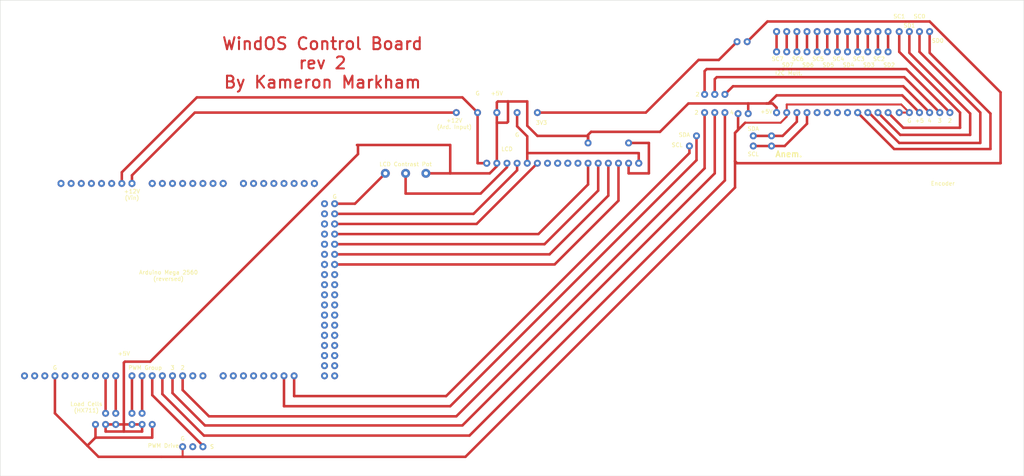
<source format=kicad_pcb>
(kicad_pcb (version 20211014) (generator pcbnew)

  (general
    (thickness 1.6)
  )

  (paper "C")
  (layers
    (0 "F.Cu" signal)
    (31 "B.Cu" signal)
    (32 "B.Adhes" user "B.Adhesive")
    (33 "F.Adhes" user "F.Adhesive")
    (34 "B.Paste" user)
    (35 "F.Paste" user)
    (36 "B.SilkS" user "B.Silkscreen")
    (37 "F.SilkS" user "F.Silkscreen")
    (38 "B.Mask" user)
    (39 "F.Mask" user)
    (40 "Dwgs.User" user "User.Drawings")
    (41 "Cmts.User" user "User.Comments")
    (42 "Eco1.User" user "User.Eco1")
    (43 "Eco2.User" user "User.Eco2")
    (44 "Edge.Cuts" user)
    (45 "Margin" user)
    (46 "B.CrtYd" user "B.Courtyard")
    (47 "F.CrtYd" user "F.Courtyard")
    (48 "B.Fab" user)
    (49 "F.Fab" user)
    (50 "User.1" user)
    (51 "User.2" user)
    (52 "User.3" user)
    (53 "User.4" user)
    (54 "User.5" user)
    (55 "User.6" user)
    (56 "User.7" user)
    (57 "User.8" user)
    (58 "User.9" user)
  )

  (setup
    (stackup
      (layer "F.SilkS" (type "Top Silk Screen"))
      (layer "F.Paste" (type "Top Solder Paste"))
      (layer "F.Mask" (type "Top Solder Mask") (thickness 0.01))
      (layer "F.Cu" (type "copper") (thickness 0.035))
      (layer "dielectric 1" (type "core") (thickness 1.51) (material "FR4") (epsilon_r 4.5) (loss_tangent 0.02))
      (layer "B.Cu" (type "copper") (thickness 0.035))
      (layer "B.Mask" (type "Bottom Solder Mask") (thickness 0.01))
      (layer "B.Paste" (type "Bottom Solder Paste"))
      (layer "B.SilkS" (type "Bottom Silk Screen"))
      (copper_finish "None")
      (dielectric_constraints no)
    )
    (pad_to_mask_clearance 0)
    (pcbplotparams
      (layerselection 0x00010f0_ffffffff)
      (disableapertmacros false)
      (usegerberextensions true)
      (usegerberattributes false)
      (usegerberadvancedattributes false)
      (creategerberjobfile false)
      (svguseinch false)
      (svgprecision 6)
      (excludeedgelayer true)
      (plotframeref false)
      (viasonmask true)
      (mode 1)
      (useauxorigin false)
      (hpglpennumber 1)
      (hpglpenspeed 20)
      (hpglpendiameter 15.000000)
      (dxfpolygonmode true)
      (dxfimperialunits true)
      (dxfusepcbnewfont true)
      (psnegative false)
      (psa4output false)
      (plotreference true)
      (plotvalue true)
      (plotinvisibletext false)
      (sketchpadsonfab false)
      (subtractmaskfromsilk true)
      (outputformat 1)
      (mirror false)
      (drillshape 0)
      (scaleselection 1)
      (outputdirectory "")
    )
  )

  (net 0 "")

  (gr_rect (start 404.368 134.112) (end 147.828 253.492) (layer "Edge.Cuts") (width 0.1) (fill none) (tstamp a56b3eea-6ca5-446f-930b-3e5c1614666c))
  (gr_text "WindOS Control Board\nrev 2\nBy Kameron Markham" (at 228.6 149.86) (layer "F.Cu") (tstamp 60441d93-ceb3-4109-933b-3234e6fc19fa)
    (effects (font (size 3 3) (thickness 0.5)))
  )
  (gr_text "+5V\n" (at 178.816 222.758) (layer "F.SilkS") (tstamp 00548640-e6bd-4520-8bd8-84b37590321a)
    (effects (font (size 1 1) (thickness 0.15)))
  )
  (gr_text "SDA\n" (at 336.55 166.37) (layer "F.SilkS") (tstamp 0295a541-02cb-4252-b561-6583e6614688)
    (effects (font (size 1 1) (thickness 0.15)))
  )
  (gr_text "I2C Mult." (at 345.44 152.4) (layer "F.SilkS") (tstamp 037e0720-8eb5-45f0-8c52-30e3428d730d)
    (effects (font (size 1 1) (thickness 0.15)))
  )
  (gr_text "SD7" (at 345.186 150.368) (layer "F.SilkS") (tstamp 076bed6a-7826-456c-ab48-32a22a508df0)
    (effects (font (size 1 1) (thickness 0.15)))
  )
  (gr_text "Load Cells\n(HX711)" (at 169.418 236.22) (layer "F.SilkS") (tstamp 0897e9d3-9f94-4ffd-b5ab-edd4398850ab)
    (effects (font (size 1 1) (thickness 0.15)))
  )
  (gr_text "G" (at 193.548 244.094) (layer "F.SilkS") (tstamp 09368083-bd4f-47cb-b77f-715b0695d34e)
    (effects (font (size 1 1) (thickness 0.15)))
  )
  (gr_text "SC3" (at 362.966 148.844) (layer "F.SilkS") (tstamp 126ab22b-034d-4bfc-9c71-bd56a0695563)
    (effects (font (size 1 1) (thickness 0.15)))
  )
  (gr_text "4" (at 380.746 164.338) (layer "F.SilkS") (tstamp 15c1166b-cc35-4c35-a529-400d3b7ed81f)
    (effects (font (size 1 1) (thickness 0.15)))
  )
  (gr_text "G\n" (at 277.368 167.894) (layer "F.SilkS") (tstamp 16cf7eb2-fb27-4d21-98c6-b89ace1b1c34)
    (effects (font (size 1 1) (thickness 0.15)))
  )
  (gr_text "SD1" (at 375.666 140.462) (layer "F.SilkS") (tstamp 1de88ae2-fe70-4846-8652-f9f2d8a04b2e)
    (effects (font (size 1 1) (thickness 0.15)))
  )
  (gr_text "3\n" (at 191.008 226.314) (layer "F.SilkS") (tstamp 2089612c-a7bd-42bb-81e9-e61777d5d217)
    (effects (font (size 1 1) (thickness 0.15)))
  )
  (gr_text "Encoder\n" (at 384.048 180.086) (layer "F.SilkS") (tstamp 211c4733-dac2-4168-8355-93d85207f62f)
    (effects (font (size 1 1) (thickness 0.15)))
  )
  (gr_text "Anem.\n" (at 345.44 172.72) (layer "F.SilkS") (tstamp 21a9401d-e15f-40e8-82f1-9967ac5dd541)
    (effects (font (size 1.5 1.5) (thickness 0.3)))
  )
  (gr_text "3V3" (at 283.464 164.846) (layer "F.SilkS") (tstamp 26124cb3-cf27-4fdc-a734-aeee8a1bdebe)
    (effects (font (size 1 1) (thickness 0.15)))
  )
  (gr_text "SC4\n" (at 357.886 148.844) (layer "F.SilkS") (tstamp 29a5323e-d18e-434c-b2ac-ccc1b626876e)
    (effects (font (size 1 1) (thickness 0.15)))
  )
  (gr_text "LCD" (at 274.828 171.45) (layer "F.SilkS") (tstamp 2a569373-9ed6-438d-b52f-eb3a916c95cd)
    (effects (font (size 1 1) (thickness 0.15)))
  )
  (gr_text "SD6" (at 350.266 150.368) (layer "F.SilkS") (tstamp 2abbb5a1-bbe1-47df-aec3-a51f39aab809)
    (effects (font (size 1 1) (thickness 0.15)))
  )
  (gr_text "+5" (at 378.206 164.338) (layer "F.SilkS") (tstamp 2edbc88f-612f-44d2-8eb3-ab6607bef18f)
    (effects (font (size 1 1) (thickness 0.15)))
  )
  (gr_text "SCL\n" (at 317.5 170.434) (layer "F.SilkS") (tstamp 30f146d1-c099-4251-8769-9e76a1180712)
    (effects (font (size 1 1) (thickness 0.15)))
  )
  (gr_text "G" (at 231.648 183.388) (layer "F.SilkS") (tstamp 36319dde-f941-4964-97bf-566f922f5334)
    (effects (font (size 1 1) (thickness 0.15)))
  )
  (gr_text "SC7" (at 342.646 148.844) (layer "F.SilkS") (tstamp 3f4a4cea-9879-4b20-9ce0-2a5e5c535b9a)
    (effects (font (size 1 1) (thickness 0.15)))
  )
  (gr_text "G\n" (at 375.666 164.338) (layer "F.SilkS") (tstamp 4604e7ef-d4ec-431d-8f72-301b003285e5)
    (effects (font (size 1 1) (thickness 0.15)))
  )
  (gr_text "SD3" (at 365.506 150.368) (layer "F.SilkS") (tstamp 556b60c7-d710-40db-9f9b-ccc1bc2114d1)
    (effects (font (size 1 1) (thickness 0.15)))
  )
  (gr_text "SCL\n" (at 336.55 172.72) (layer "F.SilkS") (tstamp 56d9effd-69f4-4c11-a9d3-b4dd684e963d)
    (effects (font (size 1 1) (thickness 0.15)))
  )
  (gr_text "PWM Drive" (at 188.722 245.872) (layer "F.SilkS") (tstamp 5ef2d722-ed1a-4790-9b07-b542ec7bbfd1)
    (effects (font (size 1 1) (thickness 0.15)))
  )
  (gr_text "SC2" (at 368.046 148.844) (layer "F.SilkS") (tstamp 653264bb-6727-457a-86c0-cc2432052fb9)
    (effects (font (size 1 1) (thickness 0.15)))
  )
  (gr_text "SC0\n" (at 378.206 138.176) (layer "F.SilkS") (tstamp 6876e95e-4e64-4fa2-b070-43eaf5497bb1)
    (effects (font (size 1 1) (thickness 0.15)))
  )
  (gr_text "2" (at 322.58 157.734) (layer "F.SilkS") (tstamp 69bb451a-ac0a-4b9b-b207-64d33120d0fd)
    (effects (font (size 1 1) (thickness 0.15)))
  )
  (gr_text "3" (at 383.286 164.338) (layer "F.SilkS") (tstamp 7a390e6a-c55c-4795-9704-1d6d6bfb7e7a)
    (effects (font (size 1 1) (thickness 0.15)))
  )
  (gr_text "SD2" (at 370.586 150.368) (layer "F.SilkS") (tstamp 8507d04a-9cfe-4f7a-8dd2-948c8a2602d5)
    (effects (font (size 1 1) (thickness 0.15)))
  )
  (gr_text "SC6" (at 347.726 148.844) (layer "F.SilkS") (tstamp 86811b5e-abdb-4547-a56c-52eda91b3b31)
    (effects (font (size 1 1) (thickness 0.15)))
  )
  (gr_text "+12V\n(Ard. Input)\n" (at 261.62 165.1) (layer "F.SilkS") (tstamp 92c7b991-bce4-49b1-9e7f-884c82142abd)
    (effects (font (size 1 1) (thickness 0.15)))
  )
  (gr_text "G" (at 161.544 226.314) (layer "F.SilkS") (tstamp a67cd55c-aa52-4646-ac78-7633629c6ffe)
    (effects (font (size 1 1) (thickness 0.15)))
  )
  (gr_text "SD4" (at 360.426 150.368) (layer "F.SilkS") (tstamp a762165f-25cf-452f-9870-0dec43876dfd)
    (effects (font (size 1 1) (thickness 0.15)))
  )
  (gr_text "PWM Group\n" (at 184.15 226.314) (layer "F.SilkS") (tstamp a7bfdb43-00e2-4183-b4f7-23448a36c5c2)
    (effects (font (size 1 1) (thickness 0.15)))
  )
  (gr_text "+5V" (at 339.852 162.052) (layer "F.SilkS") (tstamp ae1c1341-f132-4d82-bff2-cf58b6e4a652)
    (effects (font (size 1 1) (thickness 0.15)))
  )
  (gr_text "SD0\n" (at 382.778 144.272) (layer "F.SilkS") (tstamp ba8bbd6d-6e4a-4a25-992c-2165492ab6e1)
    (effects (font (size 1 1) (thickness 0.15)))
  )
  (gr_text "LCD Contrast Pot" (at 249.428 175.26) (layer "F.SilkS") (tstamp c7313754-9a44-4c69-9691-e0a370427304)
    (effects (font (size 1 1) (thickness 0.15)))
  )
  (gr_text "S\n" (at 200.914 246.126) (layer "F.SilkS") (tstamp cb261ca2-a6d7-4352-8404-adb9e833322e)
    (effects (font (size 1 1) (thickness 0.15)))
  )
  (gr_text "Arduino Mega 2560\n(reversed)\n" (at 189.992 203.2) (layer "F.SilkS") (tstamp cb87cf77-3523-49ed-99ed-4d017c7d96f2)
    (effects (font (size 1 1) (thickness 0.15)))
  )
  (gr_text "G\n" (at 267.462 157.48) (layer "F.SilkS") (tstamp cf70e28e-b69e-4fb2-bcf8-67234d80f058)
    (effects (font (size 1 1) (thickness 0.15)))
  )
  (gr_text "2" (at 193.548 226.314) (layer "F.SilkS") (tstamp d5a0b235-061f-4cf3-bdf1-c84544449edb)
    (effects (font (size 1 1) (thickness 0.15)))
  )
  (gr_text "+5V\n" (at 272.288 157.48) (layer "F.SilkS") (tstamp dd09166d-1df6-40c9-8553-a96149c71a88)
    (effects (font (size 1 1) (thickness 0.15)))
  )
  (gr_text "2\n" (at 322.326 162.306) (layer "F.SilkS") (tstamp df5654a5-71df-4383-87c6-e01a76f01224)
    (effects (font (size 1 1) (thickness 0.15)))
  )
  (gr_text "SC5" (at 352.806 148.844) (layer "F.SilkS") (tstamp e4b127ba-2ccd-4935-a335-b4a3bbac57a8)
    (effects (font (size 1 1) (thickness 0.15)))
  )
  (gr_text "SD5\n" (at 355.346 150.368) (layer "F.SilkS") (tstamp e8800c48-f76e-4555-ac1c-1e6cfe6fd900)
    (effects (font (size 1 1) (thickness 0.15)))
  )
  (gr_text "+12V\n(Vin)" (at 180.848 182.88) (layer "F.SilkS") (tstamp ec2a0ac5-6390-45e6-b1e1-411a06598251)
    (effects (font (size 1 1) (thickness 0.15)))
  )
  (gr_text "4" (at 331.216 162.306) (layer "F.SilkS") (tstamp f01f1ff8-f405-4277-a10f-876614ade398)
    (effects (font (size 1 1) (thickness 0.15)))
  )
  (gr_text "2" (at 385.826 164.338) (layer "F.SilkS") (tstamp f4596e3b-d75f-4c31-a1a6-3d9829e46054)
    (effects (font (size 1 1) (thickness 0.15)))
  )
  (gr_text "SDA" (at 319.278 167.894) (layer "F.SilkS") (tstamp f8f35db1-523f-4803-8460-3c9b6b4c6469)
    (effects (font (size 1 1) (thickness 0.15)))
  )
  (gr_text "SC1\n" (at 373.126 138.176) (layer "F.SilkS") (tstamp faf5a5a8-c96f-4487-8e47-569a8d8e7770)
    (effects (font (size 1 1) (thickness 0.15)))
  )

  (segment (start 340.106 139.446) (end 335.026 144.526) (width 0.635) (layer "F.Cu") (net 0) (tstamp 03618201-8c3a-40a3-af80-89262ef9196f))
  (segment (start 340.36 160.02) (end 342.392 157.988) (width 0.635) (layer "F.Cu") (net 0) (tstamp 04424701-0b0b-4dbe-aa91-656bb41acc4b))
  (segment (start 373.126 141.986) (end 373.126 147.066) (width 0.635) (layer "F.Cu") (net 0) (tstamp 0555104b-780e-4ebf-a66e-b525fa2e6f24))
  (segment (start 331.47 155.702) (end 374.142 155.702) (width 0.635) (layer "F.Cu") (net 0) (tstamp 057dd30c-cbf4-44b1-a552-4379ac481bab))
  (segment (start 373.634 160.274) (end 375.666 162.306) (width 0.5) (layer "F.Cu") (net 0) (tstamp 05c1e07e-5410-478d-b2c6-2d43c5d2f2b3))
  (segment (start 375.666 141.986) (end 375.666 147.066) (width 0.635) (layer "F.Cu") (net 0) (tstamp 0611de6d-8e7e-41bd-b82f-7faf8391a0af))
  (segment (start 373.888 157.988) (end 378.206 162.306) (width 0.635) (layer "F.Cu") (net 0) (tstamp 072385ce-7098-424b-a403-072d2543a315))
  (segment (start 295.148 167.894) (end 295.91 167.132) (width 0.635) (layer "F.Cu") (net 0) (tstamp 072b852d-21c7-4cb1-a49e-6817aa3acff3))
  (segment (start 344.424 170.688) (end 350.012 165.1) (width 0.635) (layer "F.Cu") (net 0) (tstamp 079e74da-5964-4605-b94c-c728bc44faf6))
  (segment (start 373.126 169.926) (end 393.446 169.926) (width 0.635) (layer "F.Cu") (net 0) (tstamp 096430c7-4642-4dae-bd6a-55fa18716ff7))
  (segment (start 259.588 233.426) (end 221.488 233.426) (width 0.635) (layer "F.Cu") (net 0) (tstamp 0a6c5fd2-29dc-4bad-9949-d73de127f931))
  (segment (start 336.55 170.688) (end 341.122 170.688) (width 0.635) (layer "F.Cu") (net 0) (tstamp 0b6987a0-e161-4e87-9da2-75c2d2dfbbd7))
  (segment (start 265.43 243.332) (end 198.882 243.332) (width 0.635) (layer "F.Cu") (net 0) (tstamp 0da4c435-26c7-467c-9935-852f3cdc9420))
  (segment (start 260.604 177.546) (end 254.508 177.546) (width 0.635) (layer "F.Cu") (net 0) (tstamp 133cde22-8823-4d74-aa40-0768fb20c38f))
  (segment (start 375.412 162.306) (end 375.666 162.306) (width 0.635) (layer "F.Cu") (net 0) (tstamp 148d02ca-b128-4c7a-9bcf-611847103c01))
  (segment (start 362.712 162.306) (end 371.856 171.45) (width 0.635) (layer "F.Cu") (net 0) (tstamp 17a6417b-f710-45ed-b36e-0b1751a9bfae))
  (segment (start 395.986 162.56) (end 380.746 147.32) (width 0.635) (layer "F.Cu") (net 0) (tstamp 1ae1b6ae-db9c-4af5-8327-a0710020ae50))
  (segment (start 329.438 179.324) (end 265.43 243.332) (width 0.635) (layer "F.Cu") (net 0) (tstamp 1af51678-c095-4796-bbf4-d28aca8cb6bc))
  (segment (start 274.828 176.022) (end 268.224 182.626) (width 0.635) (layer "F.Cu") (net 0) (tstamp 1b430f56-7f9d-4e04-8c47-07e8af6e9518))
  (segment (start 380.746 147.066) (end 380.746 141.986) (width 0.635) (layer "F.Cu") (net 0) (tstamp 1d6744ca-4107-4118-9739-49f61432eafd))
  (segment (start 285.496 197.866) (end 231.14 197.866) (width 0.635) (layer "F.Cu") (net 0) (tstamp 1da470d7-0e03-4d7e-b64b-058e17386912))
  (segment (start 200.152 238.506) (end 193.548 231.902) (width 0.635) (layer "F.Cu") (net 0) (tstamp 1e47e4a9-0e1b-4ba0-8f0b-cc79b6b18da9))
  (segment (start 322.326 174.244) (end 260.604 235.966) (width 0.635) (layer "F.Cu") (net 0) (tstamp 1fd1e198-45df-4afb-ba91-f8f2586cabfc))
  (segment (start 180.848 178.054) (end 180.848 180.086) (width 0.635) (layer "F.Cu") (net 0) (tstamp 1fdef611-b103-43bf-8892-374c177bc926))
  (segment (start 199.136 240.792) (end 191.008 232.664) (width 0.635) (layer "F.Cu") (net 0) (tstamp 20c7047a-f07f-4fd3-98c3-73dbac82096c))
  (segment (start 262.128 238.506) (end 200.152 238.506) (width 0.635) (layer "F.Cu") (net 0) (tstamp 21408eaf-81e1-4a0b-a451-1ee8ec1f9f9c))
  (segment (start 277.368 165.735) (end 279.908 168.275) (width 0.635) (layer "F.Cu") (net 0) (tstamp 21804c1b-305a-4a9b-81f0-f9e5084d5cf1))
  (segment (start 313.182 167.132) (end 320.294 160.02) (width 0.635) (layer "F.Cu") (net 0) (tstamp 21a48cc6-8e56-426f-9d58-662f893b9946))
  (segment (start 264.414 248.666) (end 331.978 181.102) (width 0.635) (layer "F.Cu") (net 0) (tstamp 223d91f2-55ca-4a8d-a890-b9042d4a8530))
  (segment (start 367.792 141.986) (end 367.792 147.066) (width 0.635) (layer "F.Cu") (net 0) (tstamp 27703255-477e-4db9-96c9-2aada29d5b52))
  (segment (start 237.49 170.434) (end 237.49 172.72) (width 0.635) (layer "F.Cu") (net 0) (tstamp 2843902f-5e2b-4757-b5ad-2f6f63a1082a))
  (segment (start 279.908 159.512) (end 275.082 159.512) (width 0.635) (layer "F.Cu") (net 0) (tstamp 2e1a74bc-8d5c-4368-9516-b0cf05c57d88))
  (segment (start 329.438 162.306) (end 329.438 179.324) (width 0.635) (layer "F.Cu") (net 0) (tstamp 2f0fec81-6652-48b3-bd6c-630943d32482))
  (segment (start 350.012 165.1) (end 350.012 162.306) (width 0.635) (layer "F.Cu") (net 0) (tstamp 3098d0d9-7767-48b1-a0e2-60bb315ab1d1))
  (segment (start 380.746 139.446) (end 340.106 139.446) (width 0.635) (layer "F.Cu") (net 0) (tstamp 311b7097-5736-48a9-9468-fae030c5b5f3))
  (segment (start 339.852 160.02) (end 340.36 160.02) (width 0.635) (layer "F.Cu") (net 0) (tstamp 326c5bee-622c-4a53-8c8a-678269c16776))
  (segment (start 188.214 248.666) (end 193.548 248.666) (width 0.635) (layer "F.Cu") (net 0) (tstamp 32b96d9a-0a5e-42a7-ab3f-5181e8cf124c))
  (segment (start 373.38 167.894) (end 390.906 167.894) (width 0.635) (layer "F.Cu") (net 0) (tstamp 3371fa3d-3391-459f-b657-1d292cb77227))
  (segment (start 171.704 240.538) (end 171.704 243.84) (width 0.635) (layer "F.Cu") (net 0) (tstamp 3384a844-ca6f-427c-87c0-5720bb3ca3dc))
  (segment (start 343.408 164.846) (end 334.518 164.846) (width 0.5) (layer "F.Cu") (net 0) (tstamp 34b9b3b7-70e4-4bad-9cbb-cd0a293b4465))
  (segment (start 272.288 164.846) (end 274.828 164.846) (width 0.635) (layer "F.Cu") (net 0) (tstamp 3563ebb6-f6c5-4ce4-b07d-60d9e51d50e6))
  (segment (start 324.358 176.276) (end 262.128 238.506) (width 0.635) (layer "F.Cu") (net 0) (tstamp 36a0b5a7-d75e-4fbf-9fb8-c0b8e2be77a9))
  (segment (start 370.332 162.306) (end 374.142 166.116) (width 0.635) (layer "F.Cu") (net 0) (tstamp 3793f798-981b-48e4-a4ee-88cd6b9f0f6b))
  (segment (start 350.012 141.986) (end 350.012 147.066) (width 0.635) (layer "F.Cu") (net 0) (tstamp 3a415257-650e-42a2-b437-3613e35a7eb1))
  (segment (start 324.358 151.892) (end 324.866 151.384) (width 0.635) (layer "F.Cu") (net 0) (tstamp 3b1cb4fb-5694-4003-a74e-db92223a7ccf))
  (segment (start 266.446 187.706) (end 231.14 187.706) (width 0.635) (layer "F.Cu") (net 0) (tstamp 3bcc01d2-cfc5-4a4c-8997-de41f1bf107a))
  (segment (start 320.548 172.466) (end 259.588 233.426) (width 0.635) (layer "F.Cu") (net 0) (tstamp 3ce703fd-d5a5-4724-b833-0934466fe644))
  (segment (start 198.882 243.332) (end 188.468 232.918) (width 0.635) (layer "F.Cu") (net 0) (tstamp 41066e15-7e0d-4be7-b8f4-7a385e529954))
  (segment (start 326.898 177.546) (end 263.652 240.792) (width 0.635) (layer "F.Cu") (net 0) (tstamp 418c754d-59f9-4cf3-9730-1d5be3ac1806))
  (segment (start 268.224 182.626) (end 249.428 182.626) (width 0.635) (layer "F.Cu") (net 0) (tstamp 434ddf31-8700-47c9-97e7-99962de7560d))
  (segment (start 263.652 240.792) (end 199.136 240.792) (width 0.635) (layer "F.Cu") (net 0) (tstamp 436e8803-fa5c-476f-a541-aadee7a5224b))
  (segment (start 374.142 166.116) (end 388.366 166.116) (width 0.635) (layer "F.Cu") (net 0) (tstamp 442a48c3-46a0-4afd-8492-4ee22b4bb372))
  (segment (start 171.704 243.84) (end 185.928 243.84) (width 0.635) (layer "F.Cu") (net 0) (tstamp 44382511-e499-4c6a-9c24-cb1a9818f3bd))
  (segment (start 331.978 174.498) (end 332.486 175.006) (width 0.635) (layer "F.Cu") (net 0) (tstamp 44ddae71-f6b1-4b3b-9f6c-02c709bec57b))
  (segment (start 169.672 245.872) (end 172.466 248.666) (width 0.635) (layer "F.Cu") (net 0) (tstamp 44e4199d-9a44-4390-be79-46db6e1a8ab7))
  (segment (start 327.406 153.416) (end 374.396 153.416) (width 0.635) (layer "F.Cu") (net 0) (tstamp 4523e0ce-bfe9-4993-bfc9-671dcf6b0c17))
  (segment (start 307.848 172.466) (end 279.908 172.466) (width 0.635) (layer "F.Cu") (net 0) (tstamp 469cc43c-43c8-4bec-a99c-7782c3e7d222))
  (segment (start 272.288 164.846) (end 272.288 162.306) (width 0.635) (layer "F.Cu") (net 0) (tstamp 49b1531e-c91f-4e60-bc70-7d80246afd9a))
  (segment (start 322.834 149.098) (end 309.626 162.306) (width 0.635) (layer "F.Cu") (net 0) (tstamp 49b6ef3c-8160-4199-a4dc-383aaa761e83))
  (segment (start 178.308 177.292) (end 178.308 180.086) (width 0.635) (layer "F.Cu") (net 0) (tstamp 4e0d3f6f-b6d3-4c34-8f35-ecb9a771a27a))
  (segment (start 191.008 232.664) (end 191.008 228.346) (width 0.635) (layer "F.Cu") (net 0) (tstamp 4ee2e14c-f0ea-41fa-9583-dc26f71c80b8))
  (segment (start 279.908 168.275) (end 279.908 172.466) (width 0.635) (layer "F.Cu") (net 0) (tstamp 4f41af0e-af2a-428a-8cd5-08eb643145cb))
  (segment (start 231.14 190.246) (end 267.208 190.246) (width 0.635) (layer "F.Cu") (net 0) (tstamp 4fcdf50d-276c-4bc0-942e-09501ad71e7d))
  (segment (start 341.122 170.688) (end 344.424 170.688) (width 0.635) (layer "F.Cu") (net 0) (tstamp 5017008b-f5c5-4aaf-b2ea-2bbca8ede8db))
  (segment (start 341.122 168.148) (end 336.55 168.148) (width 0.635) (layer "F.Cu") (net 0) (tstamp 50aee2bc-68a3-4d12-9f70-177c9497ae57))
  (segment (start 367.792 162.306) (end 373.38 167.894) (width 0.635) (layer "F.Cu") (net 0) (tstamp 510e748b-fee3-42ea-aa5d-8a6286298626))
  (segment (start 185.928 233.172) (end 198.628 245.872) (width 0.635) (layer "F.Cu") (net 0) (tstamp 535aba43-dbb5-4f90-b80e-7eeff0326627))
  (segment (start 185.928 243.84) (end 185.928 240.538) (width 0.635) (layer "F.Cu") (net 0) (tstamp 53707df5-9a46-46d0-ac51-34bdb4c24446))
  (segment (start 286.766 200.406) (end 231.14 200.406) (width 0.635) (layer "F.Cu") (net 0) (tstamp 546f894f-8939-410b-b385-019ac0ba2cd1))
  (segment (start 185.928 228.346) (end 185.928 233.172) (width 0.635) (layer "F.Cu") (net 0) (tstamp 54d608f8-0aaf-49f7-8ca3-39378bd8d950))
  (segment (start 269.748 175.006) (end 267.462 175.006) (width 0.635) (layer "F.Cu") (net 0) (tstamp 56e754ab-cae3-4841-9850-82f78fcc4a52))
  (segment (start 307.848 175.006) (end 307.848 172.466) (width 0.635) (layer "F.Cu") (net 0) (tstamp 573e6fe5-f84d-4d71-bf1a-fd35f538c81d))
  (segment (start 179.07 224.79) (end 178.816 225.044) (width 0.635) (layer "F.Cu") (net 0) (tstamp 57c1bafc-a5fb-4034-9d60-a13a4b79ea51))
  (segment (start 196.596 162.306) (end 180.848 178.054) (width 0.635) (layer "F.Cu") (net 0) (tstamp 5a06f83f-1d57-4e08-9705-239ff4a5739e))
  (segment (start 183.388 242.316) (end 174.244 242.316) (width 0.635) (layer "F.Cu") (net 0) (tstamp 5b84edd6-7189-48d7-b8ba-59012b2a4f8b))
  (segment (start 329.438 157.734) (end 331.47 155.702) (width 0.635) (layer "F.Cu") (net 0) (tstamp 5fc2196d-eb8b-4d67-87f4-bc383b7edd46))
  (segment (start 176.784 228.346) (end 176.784 237.744) (width 0.635) (layer "F.Cu") (net 0) (tstamp 6084e926-4aa5-4e11-b5cc-64bb8b4ccd4a))
  (segment (start 320.548 170.688) (end 320.548 172.466) (width 0.635) (layer "F.Cu") (net 0) (tstamp 61932aac-94ac-4941-89cd-e660e8ab2f99))
  (segment (start 357.632 141.986) (end 357.632 147.066) (width 0.635) (layer "F.Cu") (net 0) (tstamp 61e1b904-8021-473d-a121-5b981dbe8bee))
  (segment (start 374.396 153.416) (end 383.286 162.306) (width 0.635) (layer "F.Cu") (net 0) (tstamp 63c56bfb-2304-4195-b9a7-845cb696cf0b))
  (segment (start 326.898 157.734) (end 326.898 153.924) (width 0.635) (layer "F.Cu") (net 0) (tstamp 64e7534c-3f6f-48d7-a40f-726b9661d2eb))
  (segment (start 272.542 159.512) (end 275.082 159.512) (width 0.635) (layer "F.Cu") (net 0) (tstamp 6504e005-70de-4a9f-a05f-d1bbfe58aecf))
  (segment (start 221.488 233.426) (end 221.488 228.346) (width 0.635) (layer "F.Cu") (net 0) (tstamp 657389e9-cbba-4946-9300-336058bae766))
  (segment (start 310.388 177.546) (end 310.388 169.926) (width 0.635) (layer "F.Cu") (net 0) (tstamp 68244cab-9ad9-4679-8615-a340319b1449))
  (segment (start 375.666 162.306) (end 373.126 162.306) (width 0.5) (layer "F.Cu") (net 0) (tstamp 6b6444e8-d099-4484-94d9-1f0c176cc237))
  (segment (start 193.548 231.902) (end 193.548 228.346) (width 0.635) (layer "F.Cu") (net 0) (tstamp 6c36e110-8f51-4f61-9512-971f36f630f5))
  (segment (start 344.932 162.306) (end 344.932 163.322) (width 0.5) (layer "F.Cu") (net 0) (tstamp 6cd6d24a-45ac-4754-a7b5-aebe3c4d0c3e))
  (segment (start 398.526 157.226) (end 380.746 139.446) (width 0.635) (layer "F.Cu") (net 0) (tstamp 6e2b9ce9-166e-4270-a577-5a0ab645f6fa))
  (segment (start 332.232 167.132) (end 334.518 164.846) (width 0.635) (layer "F.Cu") (net 0) (tstamp 6e867e05-819f-40bd-bc22-14b5b2c91d42))
  (segment (start 342.392 162.306) (end 342.392 161.036) (width 0.635) (layer "F.Cu") (net 0) (tstamp 703f0f43-ea03-442a-b6a4-ef395983cf61))
  (segment (start 352.552 141.986) (end 352.552 147.066) (width 0.635) (layer "F.Cu") (net 0) (tstamp 7077dadf-0392-4c12-8fac-78feaa48e607))
  (segment (start 343.916 168.148) (end 341.122 168.148) (width 0.635) (layer "F.Cu") (net 0) (tstamp 70e5df55-e0ae-47eb-b65b-e7053350a411))
  (segment (start 236.728 185.166) (end 231.14 185.166) (width 0.635) (layer "F.Cu") (net 0) (tstamp 71a8f7dc-802c-4203-a907-674854ac023a))
  (segment (start 272.288 175.006) (end 272.288 175.768) (width 0.635) (layer "F.Cu") (net 0) (tstamp 729988ad-277d-4e26-89dc-638885273fe9))
  (segment (start 185.42 224.79) (end 179.07 224.79) (width 0.635) (layer "F.Cu") (net 0) (tstamp 729b3d48-0635-499e-af23-24bfe928dd9b))
  (segment (start 341.376 160.02) (end 339.852 160.02) (width 0.635) (layer "F.Cu") (net 0) (tstamp 73b94188-eddb-4542-bf90-c4230054fdf6))
  (segment (start 331.978 167.386) (end 332.232 167.132) (width 0.635) (layer "F.Cu") (net 0) (tstamp 74e72c52-4fe5-4ef3-974c-7c9fc4d1ac77))
  (segment (start 295.91 167.132) (end 313.182 167.132) (width 0.635) (layer "F.Cu") (net 0) (tstamp 75306d17-f7e3-4fd5-8505-a17148c751de))
  (segment (start 279.908 172.466) (end 279.908 175.006) (width 0.635) (layer "F.Cu") (net 0) (tstamp 75ea24e7-9fb6-425a-98d3-70b77329c60e))
  (segment (start 172.466 248.666) (end 188.214 248.666) (width 0.635) (layer "F.Cu") (net 0) (tstamp 76ce120a-34c6-4d15-953e-c7bd07fff34c))
  (segment (start 342.392 157.988) (end 373.888 157.988) (width 0.635) (layer "F.Cu") (net 0) (tstamp 788d13c8-8318-42ad-963d-959115d1b64d))
  (segment (start 370.332 141.986) (end 370.332 147.066) (width 0.635) (layer "F.Cu") (net 0) (tstamp 7d6d6475-6516-4a66-a923-a295358a0cb5))
  (segment (start 171.704 243.84) (end 169.672 245.872) (width 0.635) (layer "F.Cu") (net 0) (tstamp 7e7a90ec-857d-4d36-9deb-8059b8fc5dd8))
  (segment (start 272.288 175.006) (end 272.288 164.846) (width 0.635) (layer "F.Cu") (net 0) (tstamp 7f0261bb-4d7e-4db8-9790-2bb6b15fdb2c))
  (segment (start 395.986 171.45) (end 395.986 162.56) (width 0.635) (layer "F.Cu") (net 0) (tstamp 7ffc5eb0-008e-4ec3-b899-a0bdc6f93eae))
  (segment (start 309.626 162.306) (end 282.448 162.306) (width 0.635) (layer "F.Cu") (net 0) (tstamp 819416e1-6b2b-485c-bcc0-0b2a5dadc622))
  (segment (start 332.74 166.624) (end 332.232 167.132) (width 0.635) (layer "F.Cu") (net 0) (tstamp 81f34c3d-b138-4656-82b2-bd9116dc3363))
  (segment (start 332.486 175.006) (end 398.526 175.006) (width 0.635) (layer "F.Cu") (net 0) (tstamp 826eb310-e062-4403-931f-2b36107d5f68))
  (segment (start 344.932 163.322) (end 343.408 164.846) (width 0.5) (layer "F.Cu") (net 0) (tstamp 82dc64ea-56e8-4603-952a-536fe4e9f354))
  (segment (start 295.148 175.006) (end 295.148 180.34) (width 0.635) (layer "F.Cu") (net 0) (tstamp 851b1954-3f36-40e0-9439-69d2143e0420))
  (segment (start 260.604 235.966) (end 218.948 235.966) (width 0.635) (layer "F.Cu") (net 0) (tstamp 851f58d6-3d5e-4969-a0d7-2fd8fe7c5211))
  (segment (start 393.446 169.926) (end 393.446 162.306) (width 0.635) (layer "F.Cu") (net 0) (tstamp 8673fa92-ae9d-475a-8777-2b2111e41e09))
  (segment (start 305.308 177.546) (end 310.388 177.546) (width 0.635) (layer "F.Cu") (net 0) (tstamp 8694c558-a8eb-46f6-8cdd-1146417c15a1))
  (segment (start 342.392 141.986) (end 342.392 147.066) (width 0.635) (layer "F.Cu") (net 0) (tstamp 891b9f51-a382-434e-8b29-0b20f1c2c032))
  (segment (start 310.388 169.926) (end 305.308 169.926) (width 0.635) (layer "F.Cu") (net 0) (tstamp 8c377d3b-2807-441b-8bc7-bd6fd4a8961b))
  (segment (start 180.848 237.744) (end 180.848 228.346) (width 0.635) (layer "F.Cu") (net 0) (tstamp 8c592c08-06bb-4af7-92b4-e379842d8bfe))
  (segment (start 332.74 162.56) (end 332.74 166.624) (width 0.635) (layer "F.Cu") (net 0) (tstamp 8d3b5f61-5df6-4d0e-bf48-47e4138c14f2))
  (segment (start 263.652 158.496) (end 197.104 158.496) (width 0.635) (layer "F.Cu") (net 0) (tstamp 8dff18f9-cd16-454a-bfa0-f38b0a9885c2))
  (segment (start 197.104 158.496) (end 178.308 177.292) (width 0.635) (layer "F.Cu") (net 0) (tstamp 8edb38c5-3cc5-4427-ae0e-13972fb04641))
  (segment (start 365.252 162.306) (end 365.506 162.306) (width 0.635) (layer "F.Cu") (net 0) (tstamp 8f776595-7e2f-4ccf-b66f-8fcdf34a12ae))
  (segment (start 335.28 160.02) (end 335.28 162.56) (width 0.635) (layer "F.Cu") (net 0) (tstamp 90ea723b-1411-4f67-aca3-3d60c3025d67))
  (segment (start 347.472 141.986) (end 347.472 147.066) (width 0.635) (layer "F.Cu") (net 0) (tstamp 91fa5d94-85d8-4792-9f94-f5d8bed2fa94))
  (segment (start 371.856 171.45) (end 395.986 171.45) (width 0.635) (layer "F.Cu") (net 0) (tstamp 920059e5-cba9-47dd-882e-f220f3e39af7))
  (segment (start 300.228 175.006) (end 300.228 183.134) (width 0.635) (layer "F.Cu") (net 0) (tstamp 93daba2b-2ea5-4d16-8204-2b1dbb4e9a57))
  (segment (start 342.392 161.036) (end 341.376 160.02) (width 0.635) (layer "F.Cu") (net 0) (tstamp 940b6e3e-1335-4f4d-9245-af1509154357))
  (segment (start 347.472 162.306) (end 347.472 164.592) (width 0.635) (layer "F.Cu") (net 0) (tstamp 95401f59-ecca-441c-a315-547f9a5c6641))
  (segment (start 324.358 162.306) (end 324.358 176.276) (width 0.635) (layer "F.Cu") (net 0) (tstamp 97746d0e-cdfb-404d-b001-2418158ce712))
  (segment (start 302.768 184.404) (end 286.766 200.406) (width 0.635) (layer "F.Cu") (net 0) (tstamp 9780cc3c-b13b-4fa0-82d7-c0ee89c6e489))
  (segment (start 272.288 159.766) (end 272.542 159.512) (width 0.635) (layer "F.Cu") (net 0) (tstamp 978d6109-838b-48cd-96b9-5df7cd77672a))
  (segment (start 365.252 141.986) (end 365.252 147.066) (width 0.635) (layer "F.Cu") (net 0) (tstamp 98822ddd-c5ea-4039-954a-b97b69276182))
  (segment (start 326.898 153.924) (end 327.406 153.416) (width 0.635) (layer "F.Cu") (net 0) (tstamp 993aaf54-ae5f-408e-a28f-bdbc03889dab))
  (segment (start 178.816 225.044) (end 178.816 242.316) (width 0.635) (layer "F.Cu") (net 0) (tstamp 9c3516bc-0849-4c45-9173-8ce3acf2363b))
  (segment (start 260.604 170.434) (end 237.236 170.434) (width 0.635) (layer "F.Cu") (net 0) (tstamp 9f25e612-18b5-4b6e-a9ce-ae6a86e61682))
  (segment (start 344.932 160.274) (end 373.634 160.274) (width 0.5) (layer "F.Cu") (net 0) (tstamp 9f4a278d-033b-425b-b698-3b03ec7c04e6))
  (segment (start 390.906 162.56) (end 375.666 147.32) (width 0.635) (layer "F.Cu") (net 0) (tstamp a0e231f9-154d-40bb-accb-a401326e700f))
  (segment (start 347.472 164.592) (end 343.916 168.148) (width 0.635) (layer "F.Cu") (net 0) (tstamp a16a778a-1575-4eb0-b7d5-c9e07fcfaa32))
  (segment (start 193.548 246.126) (end 193.548 248.666) (width 0.5) (layer "F.Cu") (net 0) (tstamp a32ba608-f4e5-4925-8a6a-700fd798e173))
  (segment (start 282.448 168.148) (end 279.908 165.608) (width 0.635) (layer "F.Cu") (net 0) (tstamp a335feca-476c-42ff-a7a2-490c488af680))
  (segment (start 360.172 141.986) (end 360.172 147.066) (width 0.635) (layer "F.Cu") (net 0) (tstamp a3498257-c503-4843-b457-40524b883c6a))
  (segment (start 300.228 183.134) (end 285.496 197.866) (width 0.635) (layer "F.Cu") (net 0) (tstamp a403c70d-8e50-49c6-b648-706941b2e633))
  (segment (start 355.092 141.986) (end 355.092 147.066) (width 0.635) (layer "F.Cu") (net 0) (tstamp a4e11011-a4ea-493f-8c59-fca9586b8699))
  (segment (start 183.388 228.346) (end 183.388 237.744) (width 0.635) (layer "F.Cu") (net 0) (tstamp a8bfd9eb-ce20-4c7a-a95b-5aede404a9b2))
  (segment (start 374.904 151.384) (end 385.826 162.306) (width 0.635) (layer "F.Cu") (net 0) (tstamp a945df74-ddae-414c-85e9-e3934f7882f6))
  (segment (start 302.768 175.006) (end 302.768 184.404) (width 0.635) (layer "F.Cu") (net 0) (tstamp ac6acaac-338c-4550-be4d-c415ea2548a1))
  (segment (start 332.486 144.526) (end 327.914 149.098) (width 0.635) (layer "F.Cu") (net 0) (tstamp ac788ac3-bca9-4ffd-99c3-9ddd7f8ea501))
  (segment (start 326.898 162.306) (end 326.898 177.546) (width 0.635) (layer "F.Cu") (net 0) (tstamp acd53bec-b9e1-4545-82d3-f97bc7563c09))
  (segment (start 295.148 169.926) (end 295.148 167.894) (width 0.635) (layer "F.Cu") (net 0) (tstamp acfabe71-a655-433e-85e5-7e99a343fdfb))
  (segment (start 378.206 141.986) (end 378.206 147.066) (width 0.635) (layer "F.Cu") (net 0) (tstamp ae6c4144-18b8-4c04-b719-7b664c210e63))
  (segment (start 277.368 175.006) (end 277.368 176.784) (width 0.635) (layer "F.Cu") (net 0) (tstamp affd51fa-6378-491d-8fb3-126495a5fd9c))
  (segment (start 277.368 176.784) (end 266.446 187.706) (width 0.635) (layer "F.Cu") (net 0) (tstamp b2229f8c-3527-4cd6-af2d-297603c9e3ba))
  (segment (start 388.366 162.306) (end 373.126 147.066) (width 0.635) (layer "F.Cu") (net 0) (tstamp b473c9d3-e037-49ec-8030-7a78a6f39ed2))
  (segment (start 284.226 195.326) (end 231.14 195.326) (width 0.635) (layer "F.Cu") (net 0) (tstamp b686aa45-50ed-4c6d-9a9e-44c8ef2cc835))
  (segment (start 344.932 141.986) (end 344.932 147.066) (width 0.635) (layer "F.Cu") (net 0) (tstamp b6dabe76-0df3-4799-95ee-9fc7fcd92c01))
  (segment (start 198.628 245.872) (end 198.628 246.126) (width 0.635) (layer "F.Cu") (net 0) (tstamp b7fa7329-69d9-4543-b748-c2744eb82983))
  (segment (start 362.712 141.986) (end 362.712 147.066) (width 0.635) (layer "F.Cu") (net 0) (tstamp b8be0436-7fdc-4be2-a97a-9cd2b3425308))
  (segment (start 272.288 162.306) (end 272.288 159.766) (width 0.635) (layer "F.Cu") (net 0) (tstamp b9bbb5f4-1b35-46d9-8402-403ba7ff5666))
  (segment (start 249.428 182.626) (end 249.428 177.546) (width 0.635) (layer "F.Cu") (net 0) (tstamp baa3f7cc-11f9-43ff-9c40-fa40b8b0be8e))
  (segment (start 237.49 172.72) (end 185.42 224.79) (width 0.635) (layer "F.Cu") (net 0) (tstamp baf9a68d-9779-45a6-85ca-1f0e860f08c7))
  (segment (start 344.932 162.306) (end 344.932 160.274) (width 0.5) (layer "F.Cu") (net 0) (tstamp bb36e43a-14b0-4381-8836-2e43c0e3dc0b))
  (segment (start 176.784 240.538) (end 180.848 240.538) (width 0.635) (layer "F.Cu") (net 0) (tstamp be46e589-e1f1-48e4-8d21-081990f2aac6))
  (segment (start 260.604 177.546) (end 260.604 170.434) (width 0.635) (layer "F.Cu") (net 0) (tstamp bed23666-daa4-4c71-b6f9-b035cbcf801c))
  (segment (start 390.906 167.894) (end 390.906 162.56) (width 0.635) (layer "F.Cu") (net 0) (tstamp befd7084-8cac-47e6-83e1-76cae6a5c2e7))
  (segment (start 331.978 181.102) (end 331.978 174.498) (width 0.635) (layer "F.Cu") (net 0) (tstamp c2bc933d-3ff7-4aab-a01c-6ee26bc4509c))
  (segment (start 267.208 190.246) (end 282.448 175.006) (width 0.635) (layer "F.Cu") (net 0) (tstamp c47d3f8f-b6b1-411a-8195-b43ed02cc409))
  (segment (start 295.148 169.926) (end 295.148 168.148) (width 0.635) (layer "F.Cu") (net 0) (tstamp c847a080-ce63-4b25-a6c7-912e954f0330))
  (segment (start 297.688 175.006) (end 297.688 181.864) (width 0.635) (layer "F.Cu") (net 0) (tstamp c97331df-a2bf-4a4b-b52c-67d808eb3912))
  (segment (start 193.548 248.666) (end 264.414 248.666) (width 0.635) (layer "F.Cu") (net 0) (tstamp c9d26fa6-a8ce-48b8-87c9-a6481085fdb5))
  (segment (start 274.828 175.006) (end 274.828 176.022) (width 0.635) (layer "F.Cu") (net 0) (tstamp cda61730-6d34-4359-a660-fe9c068789ae))
  (segment (start 393.446 162.306) (end 378.206 147.066) (width 0.635) (layer "F.Cu") (net 0) (tstamp d1663e97-6d89-466e-adc3-1c7d78b891e4))
  (segment (start 282.702 192.786) (end 231.14 192.786) (width 0.635) (layer "F.Cu") (net 0) (tstamp d20e2da0-04a0-4d3b-b041-94d69062faf8))
  (segment (start 180.848 240.538) (end 183.388 240.538) (width 0.635) (layer "F.Cu") (net 0) (tstamp d28481e1-1516-465d-b36c-12ac6249645b))
  (segment (start 322.326 168.148) (end 322.326 174.244) (width 0.635) (layer "F.Cu") (net 0) (tstamp d2dff56b-230a-4da1-a52a-c57a06be09dd))
  (segment (start 174.244 242.316) (end 174.244 240.538) (width 0.635) (layer "F.Cu") (net 0) (tstamp d46ec63f-f83a-4edd-8b37-73ecd19519e6))
  (segment (start 274.828 164.846) (end 275.082 164.592) (width 0.635) (layer "F.Cu") (net 0) (tstamp d4c00ca0-40ca-431e-aede-8bb5f256e41e))
  (segment (start 295.148 180.34) (end 282.702 192.786) (width 0.635) (layer "F.Cu") (net 0) (tstamp d4da6b2c-a99b-40d4-9f6c-4d03e12dd012))
  (segment (start 365.506 162.306) (end 373.126 169.926) (width 0.635) (layer "F.Cu") (net 0) (tstamp d630dcee-a3a9-4a04-97d4-d562419390a6))
  (segment (start 374.142 155.702) (end 380.746 162.306) (width 0.635) (layer "F.Cu") (net 0) (tstamp d72b7e02-c8ea-43c5-bdc2-bc674a1807d1))
  (segment (start 272.288 175.768) (end 270.51 177.546) (width 0.635) (layer "F.Cu") (net 0) (tstamp d99c344e-8069-418f-9701-e9ced7dfbd86))
  (segment (start 305.308 175.006) (end 305.308 177.546) (width 0.635) (layer "F.Cu") (net 0) (tstamp db90915b-79b6-49d0-ac03-6d34eb52e378))
  (segment (start 295.148 168.148) (end 282.448 168.148) (width 0.635) (layer "F.Cu") (net 0) (tstamp dc590ee4-6362-47a4-9ebe-3721f96b3417))
  (segment (start 279.908 165.608) (end 279.908 159.512) (width 0.635) (layer "F.Cu") (net 0) (tstamp e16d5090-071e-4a1d-b891-0de230dc42b0))
  (segment (start 335.28 160.02) (end 339.852 160.02) (width 0.635) (layer "F.Cu") (net 0) (tstamp e283b76c-3403-41ef-89c6-2b4e3ca7fa58))
  (segment (start 270.51 177.546) (end 260.604 177.546) (width 0.635) (layer "F.Cu") (net 0) (tstamp e53dba36-3a44-482f-9224-e82881d97094))
  (segment (start 388.366 166.116) (end 388.366 162.306) (width 0.635) (layer "F.Cu") (net 0) (tstamp e5f01fd5-d07e-4f17-bb11-d1cd1412c5e2))
  (segment (start 176.784 240.538) (end 174.244 240.538) (width 0.635) (layer "F.Cu") (net 0) (tstamp e69dd546-9722-4e5e-a8b1-8619e5e9f203))
  (segment (start 275.082 164.592) (end 275.082 159.512) (width 0.635) (layer "F.Cu") (net 0) (tstamp e6befe3d-a035-4a25-86c7-f6e1db320b76))
  (segment (start 218.948 235.966) (end 218.948 228.346) (width 0.635) (layer "F.Cu") (net 0) (tstamp e6e0e033-fdcb-4fe2-95b2-6c294f4e7639))
  (segment (start 327.914 149.098) (end 322.834 149.098) (width 0.635) (layer "F.Cu") (net 0) (tstamp ea603ee4-ed49-44ec-a952-1da548f5e762))
  (segment (start 161.544 237.744) (end 169.672 245.872) (width 0.635) (layer "F.Cu") (net 0) (tstamp eafbca8e-882a-4cc0-bd44-a93602991ef2))
  (segment (start 331.978 174.498) (end 331.978 167.386) (width 0.635) (layer "F.Cu") (net 0) (tstamp ec48b667-95f6-44bc-9f69-e3b8d9261c63))
  (segment (start 262.128 162.306) (end 196.596 162.306) (width 0.635) (layer "F.Cu") (net 0) (tstamp f0318ff4-abf2-4d5f-b395-078a1cd40dc2))
  (segment (start 324.358 157.734) (end 324.358 151.892) (width 0.635) (layer "F.Cu") (net 0) (tstamp f0ae63b7-343c-413e-b916-a9b1841a4a40))
  (segment (start 324.866 151.384) (end 374.904 151.384) (width 0.635) (layer "F.Cu") (net 0) (tstamp f1489755-076c-4039-b1a2-c095a5588ca7))
  (segment (start 267.462 175.006) (end 267.462 162.306) (width 0.635) (layer "F.Cu") (net 0) (tstamp f284e88a-aad4-4098-9996-b2e93948ffd7))
  (segment (start 277.368 162.306) (end 277.368 165.735) (width 0.635) (layer "F.Cu") (net 0) (tstamp f335b35e-57ce-406e-9622-9c42f9f0f8f7))
  (segment (start 188.468 232.918) (end 188.468 228.346) (width 0.635) (layer "F.Cu") (net 0) (tstamp f4381593-9dab-4bf4-bd4d-8ea2da9fb374))
  (segment (start 174.244 228.346) (end 174.244 237.744) (width 0.635) (layer "F.Cu") (net 0) (tstamp f519e0e8-7c2c-4428-a277-7a9ec97b94f8))
  (segment (start 244.348 177.546) (end 236.728 185.166) (width 0.635) (layer "F.Cu") (net 0) (tstamp f5424844-1d74-4299-a8d9-3c5a070b552c))
  (segment (start 398.526 175.006) (end 398.526 157.226) (width 0.635) (layer "F.Cu") (net 0) (tstamp f7353001-a3ba-4d02-b0ce-8c9a7ff76636))
  (segment (start 183.388 240.538) (end 183.388 242.316) (width 0.635) (layer "F.Cu") (net 0) (tstamp fab1861a-0c38-48e2-b164-6f5ec9d7ccf5))
  (segment (start 267.462 162.306) (end 263.652 158.496) (width 0.635) (layer "F.Cu") (net 0) (tstamp fb0870f4-892d-40c9-986c-d8e4838dbaa1))
  (segment (start 320.294 160.02) (end 335.28 160.02) (width 0.635) (layer "F.Cu") (net 0) (tstamp fceccb11-1ea6-457c-b7c4-d419e57c5387))
  (segment (start 161.544 228.346) (end 161.544 237.744) (width 0.635) (layer "F.Cu") (net 0) (tstamp fd5b1b3d-f554-445a-b6d5-feb6fee0a5df))
  (segment (start 297.688 181.864) (end 284.226 195.326) (width 0.635) (layer "F.Cu") (net 0) (tstamp feb7af07-00c5-44ae-98db-c56bb3db2efb))
  (via (at 277.368 175.006) (size 1.75) (drill 0.8) (layers "F.Cu" "B.Cu") (free) (net 0) (tstamp 02cf0608-64df-4388-bd0c-fe857420ecaa))
  (via (at 221.488 228.346) (size 1.75) (drill 0.8) (layers "F.Cu" "B.Cu") (free) (net 0) (tstamp 038aeddc-6d2a-4762-b5a9-bb808a6321d9))
  (via (at 185.928 180.086) (size 1.75) (drill 0.8) (layers "F.Cu" "B.Cu") (free) (net 0) (tstamp 03a945c4-67bc-4db1-8c8f-10988efbe275))
  (via (at 229.108 200.406) (size 1.75) (drill 0.8) (layers "F.Cu" "B.Cu") (free) (net 0) (tstamp 0781324b-6d97-4f8a-9d7f-bf1f3d539067))
  (via (at 176.784 228.346) (size 1.75) (drill 0.8) (layers "F.Cu" "B.Cu") (free) (net 0) (tstamp 092bd764-4a2b-48e9-b1b3-8d92072d4239))
  (via (at 231.648 218.186) (size 1.75) (drill 0.8) (layers "F.Cu" "B.Cu") (free) (net 0) (tstamp 0a32f905-3f97-4852-af67-7addb4d70265))
  (via (at 305.308 175.006) (size 1.75) (drill 0.8) (layers "F.Cu" "B.Cu") (free) (net 0) (tstamp 0a9c35b5-6dd7-43b8-a80e-5083b572bbeb))
  (via (at 231.648 223.266) (size 1.75) (drill 0.8) (layers "F.Cu" "B.Cu") (free) (net 0) (tstamp 0bb80455-a1ea-4287-a5e3-1366c4bf5abb))
  (via (at 231.648 192.786) (size 1.75) (drill 0.8) (layers "F.Cu" "B.Cu") (free) (net 0) (tstamp 0e74db31-5a63-4c6b-8462-9f1916ba0c46))
  (via (at 272.288 162.306) (size 1.75) (drill 0.8) (layers "F.Cu" "B.Cu") (free) (net 0) (tstamp 100c0df4-6d3a-47f6-a490-b18fa5b7cc86))
  (via (at 163.068 180.086) (size 1.75) (drill 0.8) (layers "F.Cu" "B.Cu") (free) (net 0) (tstamp 1018def6-7a70-46e2-ab5e-1c4aeeb05123))
  (via (at 180.848 180.086) (size 1.75) (drill 0.8) (layers "F.Cu" "B.Cu") (free) (net 0) (tstamp 10a0b369-9141-4c8d-bebf-e0e7bbaefd7e))
  (via (at 344.932 162.306) (size 1.75) (drill 0.8) (layers "F.Cu" "B.Cu") (free) (net 0) (tstamp 11888e9f-19c4-405a-90a4-9acf4f29d5b5))
  (via (at 206.248 228.346) (size 1.75) (drill 0.8) (layers "F.Cu" "B.Cu") (free) (net 0) (tstamp 128013b4-92f0-4f80-a481-fccffd513291))
  (via (at 231.648 220.726) (size 1.75) (drill 0.8) (layers "F.Cu" "B.Cu") (free) (net 0) (tstamp 130b9329-4a4c-4794-ac2d-017f1c00c883))
  (via (at 287.528 175.006) (size 1.75) (drill 0.8) (layers "F.Cu" "B.Cu") (free) (net 0) (tstamp 14e3059e-d9b2-46f5-90d1-d4bb03e4d4dc))
  (via (at 229.108 210.566) (size 1.75) (drill 0.8) (layers "F.Cu" "B.Cu") (free) (net 0) (tstamp 17b625a4-a888-44e0-b5b5-5c9335e7d116))
  (via (at 229.108 200.406) (size 1.75) (drill 0.8) (layers "F.Cu" "B.Cu") (free) (net 0) (tstamp 18713da5-414f-48bd-8ba8-ddb7ff8ba239))
  (via (at 183.388 237.744) (size 1.75) (drill 0.8) (layers "F.Cu" "B.Cu") (free) (net 0) (tstamp 192f40c6-7310-4153-8af9-fa8709994e20))
  (via (at 180.848 228.346) (size 1.75) (drill 0.8) (layers "F.Cu" "B.Cu") (free) (net 0) (tstamp 1a74e4ef-9f04-445e-a4d4-879b5e2f061a))
  (via (at 185.928 240.538) (size 1.75) (drill 0.8) (layers "F.Cu" "B.Cu") (free) (net 0) (tstamp 1cb952c3-f1a4-47de-9e5e-f6101d9227d6))
  (via (at 282.448 162.306) (size 1.75) (drill 0.8) (layers "F.Cu" "B.Cu") (free) (net 0) (tstamp 1cd9cd9c-953c-4427-bae5-edb555245bad))
  (via (at 324.358 157.734) (size 1.75) (drill 0.8) (layers "F.Cu" "B.Cu") (net 0) (tstamp 1d4680de-dd18-4aa8-8553-00a816c6dec5))
  (via (at 320.548 170.688) (size 1.75) (drill 0.8) (layers "F.Cu" "B.Cu") (free) (net 0) (tstamp 1e09c49c-4b5b-4049-b8ba-54890a942d69))
  (via (at 165.608 180.086) (size 1.75) (drill 0.8) (layers "F.Cu" "B.Cu") (free) (net 0) (tstamp 1fd12820-0b52-4aa2-9667-f1e816431954))
  (via (at 193.548 228.346) (size 1.75) (drill 0.8) (layers "F.Cu" "B.Cu") (free) (net 0) (tstamp 23a2bbba-f5b1-4ac5-afce-63d0bb06e293))
  (via (at 341.122 170.688) (size 1.75) (drill 0.8) (layers "F.Cu" "B.Cu") (net 0) (tstamp 2437ce1a-9e33-4de7-bb7b-7dc57378db39))
  (via (at 360.172 162.306) (size 1.75) (drill 0.8) (layers "F.Cu" "B.Cu") (free) (net 0) (tstamp 25e2eaf4-3e35-403f-a748-d2295fbe133c))
  (via (at 208.788 180.086) (size 1.75) (drill 0.8) (layers "F.Cu" "B.Cu") (free) (net 0) (tstamp 28ec3da3-139b-4c0d-933d-79eae0ede3d2))
  (via (at 269.748 175.006) (size 1.75) (drill 0.8) (layers "F.Cu" "B.Cu") (free) (net 0) (tstamp 292df1bb-c485-4816-83fb-4ace170c2ace))
  (via (at 290.068 175.006) (size 1.75) (drill 0.8) (layers "F.Cu" "B.Cu") (free) (net 0) (tstamp 2a2debb5-9c49-4052-9753-194b5e4abf9d))
  (via (at 336.55 168.148) (size 1.75) (drill 0.8) (layers "F.Cu" "B.Cu") (free) (net 0) (tstamp 2f77048e-6010-4207-9dfe-2d9dac269db5))
  (via (at 229.108 218.186) (size 1.75) (drill 0.8) (layers "F.Cu" "B.Cu") (free) (net 0) (tstamp 30f77187-6365-4f8c-8407-651d77d99d1c))
  (via (at 231.648 213.106) (size 1.75) (drill 0.8) (layers "F.Cu" "B.Cu") (free) (net 0) (tstamp 327164a7-bde3-40aa-adf2-70ca6e963d5f))
  (via (at 302.768 175.006) (size 1.75) (drill 0.8) (layers "F.Cu" "B.Cu") (free) (net 0) (tstamp 332b1af5-9ff5-4e75-95ff-f597d8d0e947))
  (via (at 332.486 144.526) (size 1.75) (drill 0.8) (layers "F.Cu" "B.Cu") (free) (net 0) (tstamp 3381eeb7-c935-4bec-b9cd-226ab89a0fa4))
  (via (at 229.108 187.706) (size 1.75) (drill 0.8) (layers "F.Cu" "B.Cu") (free) (net 0) (tstamp 339d9d6f-2a19-4001-99db-5976881f29a0))
  (via (at 213.868 180.086) (size 1.75) (drill 0.8) (layers "F.Cu" "B.Cu") (free) (net 0) (tstamp 352cda21-dedb-4485-a43f-d833b809d07b))
  (via (at 350.012 141.986) (size 1.75) (drill 0.8) (layers "F.Cu" "B.Cu") (free) (net 0) (tstamp 357a7273-4727-4a16-95cd-13a54722bc4c))
  (via (at 229.108 218.186) (size 1.75) (drill 0.8) (layers "F.Cu" "B.Cu") (free) (net 0) (tstamp 3c10c7cc-ed06-4774-9af5-a86d38a087e6))
  (via (at 378.206 162.306) (size 1.75) (drill 0.8) (layers "F.Cu" "B.Cu") (free) (net 0) (tstamp 3d4ec729-02be-4bdd-9972-5da3273c7c9c))
  (via (at 292.608 175.006) (size 1.75) (drill 0.8) (layers "F.Cu" "B.Cu") (free) (net 0) (tstamp 3de8f3ac-a1ee-4a17-a741-013e7b094f6a))
  (via (at 231.648 208.026) (size 1.75) (drill 0.8) (layers "F.Cu" "B.Cu") (free) (net 0) (tstamp 3e9a2644-bc3f-4e19-9fa6-57985adfdcba))
  (via (at 198.628 180.086) (size 1.75) (drill 0.8) (layers "F.Cu" "B.Cu") (free) (net 0) (tstamp 40886d90-cda1-45d3-84c9-605575893f32))
  (via (at 224.028 180.086) (size 1.75) (drill 0.8) (layers "F.Cu" "B.Cu") (free) (net 0) (tstamp 4187ca5c-9965-4704-a198-f3e7c566a216))
  (via (at 367.792 141.986) (size 1.75) (drill 0.8) (layers "F.Cu" "B.Cu") (free) (net 0) (tstamp 424b3125-b358-412c-b050-ff7879aad996))
  (via (at 211.328 180.086) (size 1.75) (drill 0.8) (layers "F.Cu" "B.Cu") (free) (net 0) (tstamp 4256e93f-79b3-4b2d-81ac-a4bbe6b29182))
  (via (at 342.392 141.986) (size 1.75) (drill 0.8) (layers "F.Cu" "B.Cu") (free) (net 0) (tstamp 4369ab88-9a79-4c45-9a19-cb2aa90562c7))
  (via (at 229.108 192.786) (size 1.75) (drill 0.8) (layers "F.Cu" "B.Cu") (free) (net 0) (tstamp 444fadf8-90df-4474-a32e-ead56bdeedca))
  (via (at 231.648 195.326) (size 1.75) (drill 0.8) (layers "F.Cu" "B.Cu") (free) (net 0) (tstamp 44a3b687-2767-439f-ba58-898185e9215f))
  (via (at 180.848 180.086) (size 1.75) (drill 0.8) (layers "F.Cu" "B.Cu") (free) (net 0) (tstamp 47eda29f-ba76-4d15-a44f-eeef8a11ec18))
  (via (at 307.848 175.006) (size 1.75) (drill 0.8) (layers "F.Cu" "B.Cu") (free) (net 0) (tstamp 493c0a6e-a8b7-4f0f-a319-07f38b3e87ad))
  (via (at 193.548 246.126) (size 1.75) (drill 0.8) (layers "F.Cu" "B.Cu") (free) (net 0) (tstamp 4ca5ff73-9c61-420c-afab-089853ddde63))
  (via (at 193.548 180.086) (size 1.75) (drill 0.8) (layers "F.Cu" "B.Cu") (free) (net 0) (tstamp 4d56ed3a-0d20-49ae-ba71-12ca36a3eeb7))
  (via (at 229.108 185.166) (size 1.75) (drill 0.8) (layers "F.Cu" "B.Cu") (free) (net 0) (tstamp 4d78435f-42d3-46d3-a77d-7b2533bdd4b3))
  (via (at 378.206 141.986) (size 1.75) (drill 0.8) (layers "F.Cu" "B.Cu") (net 0) (tstamp 4e0250d4-4bde-4d58-8ecd-703c157c9d15))
  (via (at 350.012 162.306) (size 1.75) (drill 0.8) (layers "F.Cu" "B.Cu") (free) (net 0) (tstamp 4e962c1e-026f-473d-ad3a-f97f32c27b30))
  (via (at 229.108 213.106) (size 1.75) (drill 0.8) (layers "F.Cu" "B.Cu") (free) (net 0) (tstamp 4ea9523c-c4b5-447a-b3fb-350768981004))
  (via (at 231.648 190.246) (size 1.75) (drill 0.8) (layers "F.Cu" "B.Cu") (free) (net 0) (tstamp 4f3e0480-a16b-40f1-8aa8-17abdd49f8de))
  (via (at 229.108 220.726) (size 1.75) (drill 0.8) (layers "F.Cu" "B.Cu") (free) (net 0) (tstamp 4f6c0664-4549-49ae-af0d-6cf06e77d059))
  (via (at 231.648 210.566) (size 1.75) (drill 0.8) (layers "F.Cu" "B.Cu") (free) (net 0) (tstamp 502b1353-1337-48f3-a5c2-40503eabf49c))
  (via (at 342.392 162.306) (size 1.75) (drill 0.8) (layers "F.Cu" "B.Cu") (free) (net 0) (tstamp 50a5146c-f89c-42d1-a780-70caf0f20855))
  (via (at 178.308 180.086) (size 1.75) (drill 0.8) (layers "F.Cu" "B.Cu") (free) (net 0) (tstamp 50a7b31e-7ebf-40b9-aea8-607bd559467f))
  (via (at 201.168 180.086) (size 1.75) (drill 0.8) (layers "F.Cu" "B.Cu") (free) (net 0) (tstamp 51401585-0822-4b5e-a3b9-bbd84703326a))
  (via (at 341.122 168.148) (size 1.75) (drill 0.8) (layers "F.Cu" "B.Cu") (net 0) (tstamp 51e89002-af2f-411c-93a5-3b1a564926cf))
  (via (at 355.092 141.986) (size 1.75) (drill 0.8) (layers "F.Cu" "B.Cu") (free) (net 0) (tstamp 524b49e3-48df-4689-b5fa-e645615865c6))
  (via (at 254.508 177.546) (size 2.25) (drill 1) (layers "F.Cu" "B.Cu") (free) (net 0) (tstamp 530c8e83-5f86-4d88-b48b-32a240a76842))
  (via (at 375.666 162.306) (size 1.75) (drill 0.8) (layers "F.Cu" "B.Cu") (free) (net 0) (tstamp 54150546-c461-4e1c-ab6f-4183efd6f490))
  (via (at 171.704 228.346) (size 1.75) (drill 0.8) (layers "F.Cu" "B.Cu") (free) (net 0) (tstamp 5423be76-3cf4-4929-b119-321703c4311f))
  (via (at 290.068 175.006) (size 1.75) (drill 0.8) (layers "F.Cu" "B.Cu") (free) (net 0) (tstamp 54a73f4f-b929-41fc-bb2f-fa29c2256637))
  (via (at 231.648 225.806) (size 1.75) (drill 0.8) (layers "F.Cu" "B.Cu") (free) (net 0) (tstamp 55769b5b-093a-40cc-92cb-1a40440ebd26))
  (via (at 166.624 228.346) (size 1.75) (drill 0.8) (layers "F.Cu" "B.Cu") (free) (net 0) (tstamp 5580f029-0d73-4d2c-af54-06e31f51c0c7))
  (via (at 365.252 147.066) (size 1.75) (drill 0.8) (layers "F.Cu" "B.Cu") (free) (net 0) (tstamp 55b7cd0b-d2c5-42bc-9c73-3d9bc5e05b57))
  (via (at 357.632 162.306) (size 1.75) (drill 0.8) (layers "F.Cu" "B.Cu") (free) (net 0) (tstamp 55e1a52f-809d-46fc-a52f-7c4a79737341))
  (via (at 342.392 147.066) (size 1.75) (drill 0.8) (layers "F.Cu" "B.Cu") (free) (net 0) (tstamp 59c3fc33-7dc0-4653-925d-721ded34ff6d))
  (via (at 203.708 180.086) (size 1.75) (drill 0.8) (layers "F.Cu" "B.Cu") (free) (net 0) (tstamp 5a160791-00c4-4591-9fec-854ecf537540))
  (via (at 231.648 190.246) (size 1.75) (drill 0.8) (layers "F.Cu" "B.Cu") (free) (net 0) (tstamp 5b5db768-b407-4784-a482-03da519391d4))
  (via (at 360.172 162.306) (size 1.75) (drill 0.8) (layers "F.Cu" "B.Cu") (free) (net 0) (tstamp 5bff0ead-6d6f-4628-a8a2-18a19d55fe47))
  (via (at 229.108 225.806) (size 1.75) (drill 0.8) (layers "F.Cu" "B.Cu") (free) (net 0) (tstamp 5cdb3719-e8d8-46d8-be76-15a49b96a5e9))
  (via (at 277.368 162.306) (size 1.75) (drill 0.8) (layers "F.Cu" "B.Cu") (free) (net 0) (tstamp 5d4a200e-bcd9-401c-a0af-4c7b3143df4a))
  (via (at 287.528 175.006) (size 1.75) (drill 0.8) (layers "F.Cu" "B.Cu") (free) (net 0) (tstamp 5e11a142-a9c7-4e94-97e7-3f85eaec27ea))
  (via (at 335.026 144.526) (size 1.75) (drill 0.8) (layers "F.Cu" "B.Cu") (net 0) (tstamp 5f0681a5-5cff-4087-b9ca-29b37e2d4cd6))
  (via (at 272.288 175.006) (size 1.75) (drill 0.8) (layers "F.Cu" "B.Cu") (free) (net 0) (tstamp 620090d8-840d-463c-9267-c2ec29b21aeb))
  (via (at 183.388 228.346) (size 1.75) (drill 0.8) (layers "F.Cu" "B.Cu") (free) (net 0) (tstamp 62b9c199-3c77-4c44-a4fe-53867aefe7d2))
  (via (at 191.008 228.346) (size 1.75) (drill 0.8) (layers "F.Cu" "B.Cu") (free) (net 0) (tstamp 62c1f671-9c5a-42d1-bb72-93a0fddab631))
  (via (at 329.438 157.734) (size 1.75) (drill 0.8) (layers "F.Cu" "B.Cu") (net 0) (tstamp 62f6c29e-6f92-40a3-b7ed-8a33e7b489d2))
  (via (at 229.108 195.326) (size 1.75) (drill 0.8) (layers "F.Cu" "B.Cu") (free) (net 0) (tstamp 631af5b7-e61b-4366-8eed-06c2ec7f414f))
  (via (at 352.552 147.066) (size 1.75) (drill 0.8) (layers "F.Cu" "B.Cu") (free) (net 0) (tstamp 633cd605-dcb5-4abc-9059-2bcd524bbe37))
  (via (at 218.948 180.086) (size 1.75) (drill 0.8) (layers "F.Cu" "B.Cu") (free) (net 0) (tstamp 64233d9d-e997-454c-912d-64034e5cb203))
  (via (at 173.228 180.086) (size 1.75) (drill 0.8) (layers "F.Cu" "B.Cu") (free) (net 0) (tstamp 657cd4e0-7159-4348-8b37-b29f731895e1))
  (via (at 326.898 162.306) (size 1.75) (drill 0.8) (layers "F.Cu" "B.Cu") (net 0) (tstamp 660a0f7b-9c00-447a-b82f-cf3d883e6aac))
  (via (at 344.932 141.986) (size 1.75) (drill 0.8) (layers "F.Cu" "B.Cu") (free) (net 0) (tstamp 67fe5fcc-f3a3-4543-9e97-70391a7b5120))
  (via (at 360.172 147.066) (size 1.75) (drill 0.8) (layers "F.Cu" "B.Cu") (free) (net 0) (tstamp 6a269650-388f-48e9-8a49-20e121d47e5c))
  (via (at 326.898 157.734) (size 1.75) (drill 0.8) (layers "F.Cu" "B.Cu") (net 0) (tstamp 6aa11453-b879-4f7c-9d2d-f6c7e175282f))
  (via (at 336.55 170.688) (size 1.75) (drill 0.8) (layers "F.Cu" "B.Cu") (free) (net 0) (tstamp 6cf2904d-c508-46ac-87b8-45d6a828feb8))
  (via (at 229.108 190.246) (size 1.75) (drill 0.8) (layers "F.Cu" "B.Cu") (free) (net 0) (tstamp 6de6b1a8-62b8-402a-ac1c-48bdfb0163aa))
  (via (at 295.148 169.926) (size 1.75) (drill 0.8) (layers "F.Cu" "B.Cu") (free) (net 0) (tstamp 6f673a3b-dca2-4185-b497-78cd5e185c81))
  (via (at 229.108 190.246) (size 1.75) (drill 0.8) (layers "F.Cu" "B.Cu") (free) (net 0) (tstamp 716e8bf5-fb1a-4f84-be63-2eb75a2e1cf2))
  (via (at 272.288 162.306) (size 1.75) (drill 0.8) (layers "F.Cu" "B.Cu") (free) (net 0) (tstamp 71d23386-7ddd-4278-8160-948c971043db))
  (via (at 196.088 228.346) (size 1.75) (drill 0.8) (layers "F.Cu" "B.Cu") (free) (net 0) (tstamp 72736ef0-440f-445e-90eb-c81ae8522fbc))
  (via (at 362.712 141.986) (size 1.75) (drill 0.8) (layers "F.Cu" "B.Cu") (free) (net 0) (tstamp 72b21b42-bbc8-41e1-a512-17030754444d))
  (via (at 174.244 228.346) (size 1.75) (drill 0.8) (layers "F.Cu" "B.Cu") (free) (net 0) (tstamp 743faa0d-9458-49ff-804f-08ea0d7c26e5))
  (via (at 175.768 180.086) (size 1.75) (drill 0.8) (layers "F.Cu" "B.Cu") (free) (net 0) (tstamp 753a4509-1a61-43f5-b050-e11d4ee4d59f))
  (via (at 229.108 195.326) (size 1.75) (drill 0.8) (layers "F.Cu" "B.Cu") (free) (net 0) (tstamp 75ac632a-b2d6-45cb-a4a3-6270da8976b4))
  (via (at 365.252 141.986) (size 1.75) (drill 0.8) (layers "F.Cu" "B.Cu") (free) (net 0) (tstamp 76738002-f565-4808-ba0f-89608d33b3e5))
  (via (at 267.462 162.306) (size 1.75) (drill 0.8) (layers "F.Cu" "B.Cu") (free) (net 0) (tstamp 7abed548-ef30-4300-b46e-1fd36655869a))
  (via (at 196.088 180.086) (size 1.75) (drill 0.8) (layers "F.Cu" "B.Cu") (free) (net 0) (tstamp 7b32312b-2d05-43ff-a19a-68ca216c214a))
  (via (at 185.928 228.346) (size 1.75) (drill 0.8) (layers "F.Cu" "B.Cu") (free) (net 0) (tstamp 7d8c055d-4eed-4649-b6f4-62afe1b9f5a9))
  (via (at 347.472 162.306) (size 1.75) (drill 0.8) (layers "F.Cu" "B.Cu") (free) (net 0) (tstamp 7e8f0a66-6e76-42cb-b81b-e440db5dfc48))
  (via (at 342.392 147.066) (size 1.75) (drill 0.8) (layers "F.Cu" "B.Cu") (free) (net 0) (tstamp 7fb754e3-fc94-477e-aa68-7d6d0d50d458))
  (via (at 355.092 147.066) (size 1.75) (drill 0.8) (layers "F.Cu" "B.Cu") (free) (net 0) (tstamp 7fbfdac7-dc5e-4d6a-b5f9-da81c87167b4))
  (via (at 279.908 175.006) (size 1.75) (drill 0.8) (layers "F.Cu" "B.Cu") (free) (net 0) (tstamp 81bee605-32c0-434d-8fa6-34914c378edb))
  (via (at 229.108 205.486) (size 1.75) (drill 0.8) (layers "F.Cu" "B.Cu") (free) (net 0) (tstamp 82ea5262-8cb0-4aa3-ac2d-a35dc022e2a3))
  (via (at 326.898 157.734) (size 1.75) (drill 0.8) (layers "F.Cu" "B.Cu") (net 0) (tstamp 837505cc-04f5-48c3-b210-0520292d70d0))
  (via (at 360.172 141.986) (size 1.75) (drill 0.8) (layers "F.Cu" "B.Cu") (free) (net 0) (tstamp 846752b3-2b35-4b5f-9e9d-4baa8e19289b))
  (via (at 153.924 228.346) (size 1.75) (drill 0.8) (layers "F.Cu" "B.Cu") (free) (net 0) (tstamp 857de716-20e5-42ab-af4e-373b887c2e9d))
  (via (at 350.012 147.066) (size 1.75) (drill 0.8) (layers "F.Cu" "B.Cu") (free) (net 0) (tstamp 8753c8fc-bb71-42f8-9ae9-65ed0d7b3091))
  (via (at 307.848 175.006) (size 1.75) (drill 0.8) (layers "F.Cu" "B.Cu") (free) (net 0) (tstamp 88ee7645-f56f-4ca0-9796-1b853b7a9067))
  (via (at 282.448 175.006) (size 1.75) (drill 0.8) (layers "F.Cu" "B.Cu") (free) (net 0) (tstamp 88f033d8-9eee-455d-bd33-62e2c15c9036))
  (via (at 231.648 187.706) (size 1.75) (drill 0.8) (layers "F.Cu" "B.Cu") (free) (net 0) (tstamp 8c8940ff-6009-4f74-90e6-62f8102eed91))
  (via (at 370.332 147.066) (size 1.75) (drill 0.8) (layers "F.Cu" "B.Cu") (free) (net 0) (tstamp 8cefbcb6-dd43-457c-815c-a428992a2d24))
  (via (at 229.108 202.946) (size 1.75) (drill 0.8) (layers "F.Cu" "B.Cu") (free) (net 0) (tstamp 8d9943a0-30e0-4fcc-926f-acf21b5b98b5))
  (via (at 188.468 228.346) (size 1.75) (drill 0.8) (layers "F.Cu" "B.Cu") (free) (net 0) (tstamp 8e583f97-15ba-4914-92f3-b244f09eb9dd))
  (via (at 174.244 237.744) (size 1.75) (drill 0.8) (layers "F.Cu" "B.Cu") (free) (net 0) (tstamp 8f0d4cf3-90bf-4b2a-9a70-8fa7e3126e9b))
  (via (at 357.632 147.066) (size 1.75) (drill 0.8) (layers "F.Cu" "B.Cu") (free) (net 0) (tstamp 8f3ba7be-9a40-49f2-8546-84dae5a13bbf))
  (via (at 367.792 162.306) (size 1.75) (drill 0.8) (layers "F.Cu" "B.Cu") (free) (net 0) (tstamp 952dd122-c67f-46db-afa8-55c156ef7024))
  (via (at 231.648 213.106) (size 1.75) (drill 0.8) (layers "F.Cu" "B.Cu") (free) (net 0) (tstamp 953c44e4-bdea-427a-843e-71c192fd9b83))
  (via (at 169.164 228.346) (size 1.75) (drill 0.8) (layers "F.Cu" "B.Cu") (free) (net 0) (tstamp 97526e5b-f3c1-4be4-bbaf-223c60948cda))
  (via (at 198.628 246.126) (size 1.75) (drill 0.8) (layers "F.Cu" "B.Cu") (free) (net 0) (tstamp 986bf9a0-b814-4ee6-8f20-d8e0f7ba1091))
  (via (at 168.148 180.086) (size 1.75) (drill 0.8) (layers "F.Cu" "B.Cu") (free) (net 0) (tstamp 98ba1f83-29b0-4e63-b3fc-78524cf3b016))
  (via (at 380.746 162.306) (size 1.75) (drill 0.8) (layers "F.Cu" "B.Cu") (free) (net 0) (tstamp 98bc5e74-8509-4974-9cb5-2df6846bc3f5))
  (via (at 362.712 147.066) (size 1.75) (drill 0.8) (layers "F.Cu" "B.Cu") (free) (net 0) (tstamp 9a2b6a79-ae1b-4635-a2da-0fb6377868b7))
  (via (at 324.358 162.306) (size 1.75) (drill 0.8) (layers "F.Cu" "B.Cu") (net 0) (tstamp 9a67c5c1-d6c2-47b7-bde8-ec7e0a5ab983))
  (via (at 375.666 141.986) (size 1.75) (drill 0.8) (layers "F.Cu" "B.Cu") (net 0) (tstamp 9b03ddab-238c-4f98-819b-10703d10244c))
  (via (at 231.648 185.166) (size 1.75) (drill 0.8) (layers "F.Cu" "B.Cu") (free) (net 0) (tstamp 9c0f6fd9-612d-44ca-bbac-e287b83b2542))
  (via (at 203.708 228.346) (size 1.75) (drill 0.8) (layers "F.Cu" "B.Cu") (free) (net 0) (tstamp 9d209bce-2b1d-4859-b729-fb49b74adacd))
  (via (at 185.928 180.086) (size 1.75) (drill 0.8) (layers "F.Cu" "B.Cu") (free) (net 0) (tstamp 9d66b587-1108-4b4e-afc8-73bf10aff47b))
  (via (at 231.648 215.646) (size 1.75) (drill 0.8) (layers "F.Cu" "B.Cu") (free) (net 0) (tstamp 9e3c6631-71f8-40d5-98da-0f0ad50bfdee))
  (via (at 360.172 141.986) (size 1.75) (drill 0.8) (layers "F.Cu" "B.Cu") (free) (net 0) (tstamp 9f5ff2cb-071d-498d-be0a-1542d07cbc6f))
  (via (at 362.712 141.986) (size 1.75) (drill 0.8) (layers "F.Cu" "B.Cu") (free) (net 0) (tstamp a2bf5502-e53d-429a-af3d-244dcd98c06b))
  (via (at 163.068 180.086) (size 1.75) (drill 0.8) (layers "F.Cu" "B.Cu") (free) (net 0) (tstamp a310022d-4bfb-4901-bf61-8228c0fcb250))
  (via (at 229.108 213.106) (size 1.75) (drill 0.8) (layers "F.Cu" "B.Cu") (free) (net 0) (tstamp a3b14606-0994-4cea-8fcf-ae3e013b10a3))
  (via (at 229.108 223.266) (size 1.75) (drill 0.8) (layers "F.Cu" "B.Cu") (free) (net 0) (tstamp a3eb5fff-8b61-445b-97e2-373c87a23cb5))
  (via (at 216.408 180.086) (size 1.75) (drill 0.8) (layers "F.Cu" "B.Cu") (free) (net 0) (tstamp a625d2bb-f8b3-4648-b13d-de25387674ec))
  (via (at 159.004 228.346) (size 1.75) (drill 0.8) (layers "F.Cu" "B.Cu") (free) (net 0) (tstamp a66ae5a0-1026-4e58-8b7d-a865e1e240b4))
  (via (at 161.544 228.346) (size 1.75) (drill 0.8) (layers "F.Cu" "B.Cu") (free) (net 0) (tstamp a6f5341c-35ea-43dc-87a2-8a9e0eb79996))
  (via (at 208.788 228.346) (size 1.75) (drill 0.8) (layers "F.Cu" "B.Cu") (free) (net 0) (tstamp a7409129-13bc-4d7a-8cc3-d55e89e4a486))
  (via (at 176.784 237.744) (size 1.75) (drill 0.8) (layers "F.Cu" "B.Cu") (free) (net 0) (tstamp a84c0705-828c-4663-bd28-35cee90934f5))
  (via (at 322.326 168.148) (size 1.75) (drill 0.8) (layers "F.Cu" "B.Cu") (free) (net 0) (tstamp a9fdee91-6945-41ec-af44-e8c8f22c804a))
  (via (at 171.704 240.538) (size 1.75) (drill 0.8) (layers "F.Cu" "B.Cu") (free) (net 0) (tstamp ab7f2b9c-1157-4d0d-8563-66c01033227e))
  (via (at 360.172 147.066) (size 1.75) (drill 0.8) (layers "F.Cu" "B.Cu") (free) (net 0) (tstamp abf6417e-1b25-4ca4-aaaa-c4d16d64cdc4))
  (via (at 229.108 215.646) (size 1.75) (drill 0.8) (layers "F.Cu" "B.Cu") (free) (net 0) (tstamp adc1aa17-b02d-4c7b-871a-8d8cc56e4ada))
  (via (at 231.648 205.486) (size 1.75) (drill 0.8) (layers "F.Cu" "B.Cu") (free) (net 0) (tstamp ae815d24-d5bc-4e33-80fa-4e948d3968a6))
  (via (at 203.708 228.346) (size 1.75) (drill 0.8) (layers "F.Cu" "B.Cu") (free) (net 0) (tstamp af66195b-d32c-42e8-b5e8-081fb74851c7))
  (via (at 352.552 162.306) (size 1.75) (drill 0.8) (layers "F.Cu" "B.Cu") (free) (net 0) (tstamp b1daf3cb-b045-43ee-b5a5-04e59b5dcda2))
  (via (at 274.828 175.006) (size 1.75) (drill 0.8) (layers "F.Cu" "B.Cu") (free) (net 0) (tstamp b3e90d08-268d-4b0a-baed-3a748e0a8e83))
  (via (at 196.088 246.126) (size 1.75) (drill 0.8) (layers "F.Cu" "B.Cu") (free) (net 0) (tstamp b4d76e7f-28fa-4389-9203-dcae52f34d9f))
  (via (at 342.392 141.986) (size 1.75) (drill 0.8) (layers "F.Cu" "B.Cu") (free) (net 0) (tstamp b5de8363-0222-4b48-9ae4-de934fed31c8))
  (via (at 198.628 228.346) (size 1.75) (drill 0.8) (layers "F.Cu" "B.Cu") (free) (net 0) (tstamp b5fd13b1-afc0-46e0-8a94-ced2c102d545))
  (via (at 380.746 141.986) (size 1.75) (drill 0.8) (layers "F.Cu" "B.Cu") (net 0) (tstamp b688ddd0-97fd-4366-8dd1-6435d289a291))
  (via (at 385.826 162.306) (size 1.75) (drill 0.8) (layers "F.Cu" "B.Cu") (free) (net 0) (tstamp b70b9dcf-001d-451b-b816-e543d23d9cb2))
  (via (at 329.438 162.306) (size 1.75) (drill 0.8) (layers "F.Cu" "B.Cu") (net 0) (tstamp b992be96-4cc0-4077-93a3-c891c620522d))
  (via (at 174.244 240.538) (size 1.75) (drill 0.8) (layers "F.Cu" "B.Cu") (net 0) (tstamp ba7169d7-fd4d-4ab5-bf25-b6a58fd8ce9b))
  (via (at 231.648 202.946) (size 1.75) (drill 0.8) (layers "F.Cu" "B.Cu") (free) (net 0) (tstamp bbb42d0a-e558-4417-bdfc-d5b3b8a76a90))
  (via (at 180.848 237.744) (size 1.75) (drill 0.8) (layers "F.Cu" "B.Cu") (free) (net 0) (tstamp bbfeb9d6-8002-4ffe-8a41-a6bd4beeda93))
  (via (at 231.648 228.346) (size 1.75) (drill 0.8) (layers "F.Cu" "B.Cu") (free) (net 0) (tstamp bc8bf929-a5cc-4f99-8d2a-948f66411e56))
  (via (at 191.008 180.086) (size 1.75) (drill 0.8) (layers "F.Cu" "B.Cu") (free) (net 0) (tstamp bd767e18-57d2-4f00-8104-bd97c910e1c7))
  (via (at 355.092 162.306) (size 1.75) (drill 0.8) (layers "F.Cu" "B.Cu") (free) (net 0) (tstamp bd7e7c0d-7e4c-44c8-8646-fbeef57b6dc2))
  (via (at 342.392 162.306) (size 1.75) (drill 0.8) (layers "F.Cu" "B.Cu") (free) (net 0) (tstamp be313d40-a1e7-4fe9-bde9-47e9925ee8f3))
  (via (at 226.568 180.086) (size 1.75) (drill 0.8) (layers "F.Cu" "B.Cu") (free) (net 0) (tstamp c15966b6-7997-4bb6-ae70-7a748e30c0c5))
  (via (at 183.388 240.538) (size 1.75) (drill 0.8) (layers "F.Cu" "B.Cu") (net 0) (tstamp c51d7dad-1bc5-43c6-b3c6-b156de9c04fc))
  (via (at 213.868 228.346) (size 1.75) (drill 0.8) (layers "F.Cu" "B.Cu") (free) (net 0) (tstamp c7004714-a632-4445-b0df-bb4644d1bf5f))
  (via (at 164.084 228.346) (size 1.75) (drill 0.8) (layers "F.Cu" "B.Cu") (free) (net 0) (tstamp c85ace76-c1ae-478f-9c4b-eef923a2984d))
  (via (at 373.126 162.306) (size 1.75) (drill 0.8) (layers "F.Cu" "B.Cu") (free) (net 0) (tstamp c90697b6-5f14-44a9-9667-573dadf08402))
  (via (at 347.472 141.986) (size 1.75) (drill 0.8) (layers "F.Cu" "B.Cu") (free) (net 0) (tstamp c9259fbe-b63f-4550-9709-53098ae53b0c))
  (via (at 362.712 162.306) (size 1.75) (drill 0.8) (layers "F.Cu" "B.Cu") (free) (net 0) (tstamp ca7e0c3e-fb17-441a-8d77-edb6a51b270a))
  (via (at 367.792 147.066) (size 1.75) (drill 0.8) (layers "F.Cu" "B.Cu") (free) (net 0) (tstamp cadec819-1aa5-497e-b2b4-a7b5631c44ac))
  (via (at 284.988 175.006) (size 1.75) (drill 0.8) (layers "F.Cu" "B.Cu") (free) (net 0) (tstamp cb07c7e0-fc25-46d4-aeb6-ee3123a38520))
  (via (at 231.648 195.326) (size 1.75) (drill 0.8) (layers "F.Cu" "B.Cu") (free) (net 0) (tstamp cb9b7848-9d34-4033-abc0-fb3ddbc2d6ee))
  (via (at 365.252 162.306) (size 1.75) (drill 0.8) (layers "F.Cu" "B.Cu") (free) (net 0) (tstamp cc922dcc-9c8d-46c2-93d0-cd1759ee343b))
  (via (at 229.108 228.346) (size 1.75) (drill 0.8) (layers "F.Cu" "B.Cu") (free) (net 0) (tstamp cdd5f992-704a-4275-b34b-d59a09f96eeb))
  (via (at 295.148 175.006) (size 1.75) (drill 0.8) (layers "F.Cu" "B.Cu") (free) (net 0) (tstamp cf8d3559-8e92-44cf-94fb-df65c6a6c462))
  (via (at 362.712 147.066) (size 1.75) (drill 0.8) (layers "F.Cu" "B.Cu") (free) (net 0) (tstamp d16b0a01-398d-4cb7-9828-39d87e5ecdc7))
  (via (at 203.708 180.086) (size 1.75) (drill 0.8) (layers "F.Cu" "B.Cu") (free) (net 0) (tstamp d210dd2e-83a1-4b12-9886-5ab8beb9e18a))
  (via (at 231.648 223.266) (size 1.75) (drill 0.8) (layers "F.Cu" "B.Cu") (free) (net 0) (tstamp d399febf-3a1e-4df6-8bf2-05433e113e32))
  (via (at 269.748 175.006) (size 1.75) (drill 0.8) (layers "F.Cu" "B.Cu") (free) (net 0) (tstamp d55b95f5-c568-4f93-90d2-64986305d716))
  (via (at 300.228 175.006) (size 1.75) (drill 0.8) (layers "F.Cu" "B.Cu") (free) (net 0) (tstamp d61fe604-ad7c-457e-bc9b-2a004d28cc03))
  (via (at 216.408 228.346) (size 1.75) (drill 0.8) (layers "F.Cu" "B.Cu") (free) (net 0) (tstamp d6b6326d-c925-4334-96f5-218472fffcc2))
  (via (at 373.126 141.986) (size 1.75) (drill 0.8) (layers "F.Cu" "B.Cu") (net 0) (tstamp d7066203-73fd-4994-b5c7-c564e2f33922))
  (via (at 231.648 200.406) (size 1.75) (drill 0.8) (layers "F.Cu" "B.Cu") (free) (net 0) (tstamp d7ee5663-f5e4-4e82-bb88-fcd536cfc09e))
  (via (at 229.108 197.866) (size 1.75) (drill 0.8) (layers "F.Cu" "B.Cu") (free) (net 0) (tstamp d85a0275-919b-42e2-9088-0c24a402b671))
  (via (at 344.932 147.066) (size 1.75) (drill 0.8) (layers "F.Cu" "B.Cu") (free) (net 0) (tstamp d98a8a65-59d9-4ba0-ac10-0b923d09bae0))
  (via (at 370.332 162.306) (size 1.75) (drill 0.8) (layers "F.Cu" "B.Cu") (free) (net 0) (tstamp da44bec0-5e52-408d-b674-4ba1fb9ec6fc))
  (via (at 305.308 169.926) (size 1.75) (drill 0.8) (layers "F.Cu" "B.Cu") (free) (net 0) (tstamp dabc7665-a7cc-4618-b3ce-4955fc880e16))
  (via (at 198.628 246.126) (size 1.75) (drill 0.8) (layers "F.Cu" "B.Cu") (free) (net 0) (tstamp dadb9cee-be7d-4905-8450-f8846e9f35d4))
  (via (at 262.128 162.306) (size 1.75) (drill 0.8) (layers "F.Cu" "B.Cu") (free) (net 0) (tstamp dbbea03f-f84d-459f-96ba-d7deaf37d07c))
  (via (at 203.708 180.086) (size 1.75) (drill 0.8) (layers "F.Cu" "B.Cu") (free) (net 0) (tstamp dbe3bb81-c84c-4e6e-a131-665e83e44cc8))
  (via (at 211.328 228.346) (size 1.75) (drill 0.8) (layers "F.Cu" "B.Cu") (free) (net 0) (tstamp dc9dea80-2c29-4fad-a713-8cffd4365ce9))
  (via (at 297.688 175.006) (size 1.75) (drill 0.8) (layers "F.Cu" "B.Cu") (free) (net 0) (tstamp dccc239a-9df1-4b37-bdf7-6d3ed7655dee))
  (via (at 156.464 228.346) (size 1.75) (drill 0.8) (layers "F.Cu" "B.Cu") (free) (net 0) (tstamp df76744a-2672-4df3-b0f1-8632a1e0c956))
  (via (at 244.348 177.546) (size 2.25) (drill 1) (layers "F.Cu" "B.Cu") (free) (net 0) (tstamp dfc88681-4717-429f-87dd-0d616fceaee5))
  (via (at 231.648 197.866) (size 1.75) (drill 0.8) (layers "F.Cu" "B.Cu") (free) (net 0) (tstamp e00954a8-2653-40f5-804e-f3c28ab1b559))
  (via (at 332.74 162.56) (size 1.75) (drill 0.8) (layers "F.Cu" "B.Cu") (free) (net 0) (tstamp e167bbb9-c022-48dd-9c23-469ec0520b85))
  (via (at 231.648 200.406) (size 1.75) (drill 0.8) (layers "F.Cu" "B.Cu") (free) (net 0) (tstamp e2ec5c16-1e72-4a79-81b2-711742440b39))
  (via (at 383.286 162.306) (size 1.75) (drill 0.8) (layers "F.Cu" "B.Cu") (free) (net 0) (tstamp e60eabaf-4ed4-41a3-a88f-5cb86621f1fb))
  (via (at 362.712 162.306) (size 1.75) (drill 0.8) (layers "F.Cu" "B.Cu") (free) (net 0) (tstamp e61e92ef-1022-46c8-b862-a093eed14746))
  (via (at 170.688 180.086) (size 1.75) (drill 0.8) (layers "F.Cu" "B.Cu") (free) (net 0) (tstamp e6afcdd3-ddae-4a78-909e-bd793b740929))
  (via (at 218.948 228.346) (size 1.75) (drill 0.8) (layers "F.Cu" "B.Cu") (free) (net 0) (tstamp e6daff5c-d445-4c90-98e4-c209d0b5c4d1))
  (via (at 208.788 180.086) (size 1.75) (drill 0.8) (layers "F.Cu" "B.Cu") (free) (net 0) (tstamp e70fb45f-ece6-45b3-afaf-43ec343d86d9))
  (via (at 335.28 162.56) (size 1.75) (drill 0.8) (layers "F.Cu" "B.Cu") (free) (net 0) (tstamp e73e388d-e5b4-4ebc-b038-82787acaaaad))
  (via (at 347.472 147.066) (size 1.75) (drill 0.8) (layers "F.Cu" "B.Cu") (free) (net 0) (tstamp e8626fcd-f4f2-4f5f-954c-8d60fb5982ee))
  (via (at 231.648 218.186) (size 1.75) (drill 0.8) (layers "F.Cu" "B.Cu") (free) (net 0) (tstamp e925a42c-cf60-4902-940a-ecd6ab9743a2))
  (via (at 188.468 180.086) (size 1.75) (drill 0.8) (layers "F.Cu" "B.Cu") (free) (net 0) (tstamp eab660b0-3959-4b86-aceb-bc26ac1d6b39))
  (via (at 249.428 177.546) (size 2.25) (drill 1) (layers "F.Cu" "B.Cu") (free) (net 0) (tstamp ebb048a0-4c73-4795-8007-0d81fd135e52))
  (via (at 176.784 240.538) (size 1.75) (drill 0.8) (layers "F.Cu" "B.Cu") (net 0) (tstamp f14a0100-bc3e-4b3a-b1ca-db976ded308e))
  (via (at 229.108 223.266) (size 1.75) (drill 0.8) (layers "F.Cu" "B.Cu") (free) (net 0) (tstamp f1bac821-cf31-41a8-bf8e-2b03c1abfffa))
  (via (at 226.568 180.086) (size 1.75) (drill 0.8) (layers "F.Cu" "B.Cu") (free) (net 0) (tstamp f2516246-020e-4072-8aad-e94bc5942202))
  (via (at 357.632 141.986) (size 1.75) (drill 0.8) (layers "F.Cu" "B.Cu") (free) (net 0) (tstamp f395aa94-eae4-4891-9bcd-f2f3897a5cea))
  (via (at 352.552 141.986) (size 1.75) (drill 0.8) (layers "F.Cu" "B.Cu") (free) (net 0) (tstamp f5853786-e7ec-488d-91ad-d4b0b2c8fee6))
  (via (at 221.488 180.086) (size 1.75) (drill 0.8) (layers "F.Cu" "B.Cu") (free) (net 0) (tstamp f59ee99e-0d59-4645-9027-6900c1022f95))
  (via (at 229.108 208.026) (size 1.75) (drill 0.8) (layers "F.Cu" "B.Cu") (free) (net 0) (tstamp f6a1ce86-747d-4346-8cbe-ed71c52ec825))
  (via (at 370.332 141.986) (size 1.75) (drill 0.8) (layers "F.Cu" "B.Cu") (free) (net 0) (tstamp f76bf4cb-4dd4-4a42-9128-d3ab35959241))
  (via (at 180.848 180.086) (size 1.75) (drill 0.8) (layers "F.Cu" "B.Cu") (free) (net 0) (tstamp f96c577a-083a-4f61-b807-84ebe6e10a70))
  (via (at 180.848 240.538) (size 1.75) (drill 0.8) (layers "F.Cu" "B.Cu") (net 0) (tstamp ffe24c5d-4f4a-4ab0-8fb4-ac92090b515e))

)

</source>
